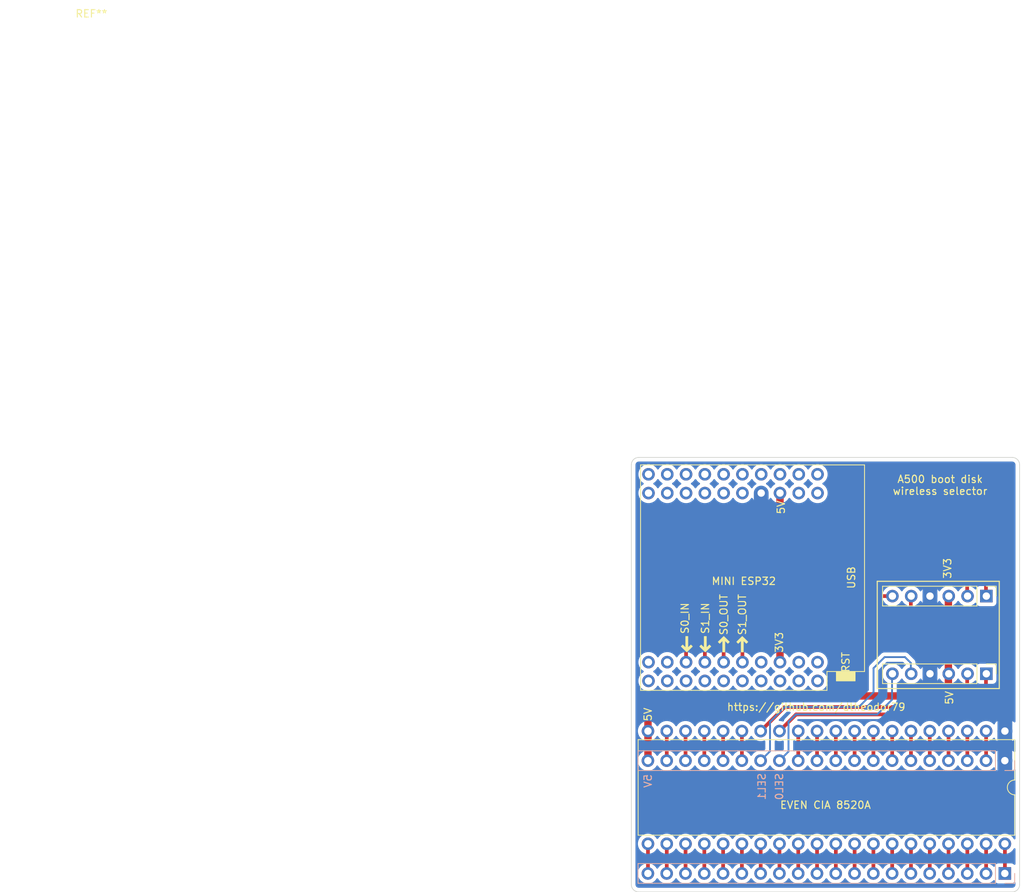
<source format=kicad_pcb>
(kicad_pcb (version 20171130) (host pcbnew "(5.1.6)-1")

  (general
    (thickness 1.6)
    (drawings 26)
    (tracks 145)
    (zones 0)
    (modules 10)
    (nets 1)
  )

  (page A4)
  (title_block
    (date "sam. 04 avril 2015")
  )

  (layers
    (0 F.Cu signal)
    (31 B.Cu signal)
    (32 B.Adhes user hide)
    (33 F.Adhes user hide)
    (34 B.Paste user hide)
    (35 F.Paste user hide)
    (36 B.SilkS user)
    (37 F.SilkS user)
    (38 B.Mask user)
    (39 F.Mask user)
    (40 Dwgs.User user)
    (41 Cmts.User user hide)
    (42 Eco1.User user hide)
    (43 Eco2.User user hide)
    (44 Edge.Cuts user)
    (45 Margin user)
    (46 B.CrtYd user)
    (47 F.CrtYd user)
    (48 B.Fab user)
    (49 F.Fab user)
  )

  (setup
    (last_trace_width 2)
    (user_trace_width 0.5)
    (user_trace_width 1)
    (user_trace_width 2)
    (user_trace_width 2.54)
    (trace_clearance 0.2)
    (zone_clearance 0.508)
    (zone_45_only no)
    (trace_min 0.2)
    (via_size 0.6)
    (via_drill 0.4)
    (via_min_size 0.4)
    (via_min_drill 0.3)
    (uvia_size 0.3)
    (uvia_drill 0.1)
    (uvias_allowed no)
    (uvia_min_size 0.2)
    (uvia_min_drill 0.1)
    (edge_width 0.1)
    (segment_width 0.15)
    (pcb_text_width 0.3)
    (pcb_text_size 1.5 1.5)
    (mod_edge_width 0.15)
    (mod_text_size 1 1)
    (mod_text_width 0.15)
    (pad_size 1.7 1.7)
    (pad_drill 1)
    (pad_to_mask_clearance 0)
    (aux_axis_origin 134.493 106.426)
    (visible_elements 7FFFFFFF)
    (pcbplotparams
      (layerselection 0x010fc_ffffffff)
      (usegerberextensions true)
      (usegerberattributes false)
      (usegerberadvancedattributes false)
      (creategerberjobfile false)
      (excludeedgelayer true)
      (linewidth 0.100000)
      (plotframeref false)
      (viasonmask false)
      (mode 1)
      (useauxorigin false)
      (hpglpennumber 1)
      (hpglpenspeed 20)
      (hpglpendiameter 15.000000)
      (psnegative false)
      (psa4output false)
      (plotreference true)
      (plotvalue false)
      (plotinvisibletext false)
      (padsonsilk false)
      (subtractmaskfromsilk true)
      (outputformat 1)
      (mirror false)
      (drillshape 0)
      (scaleselection 1)
      (outputdirectory "C:/Work/RunningProjects/Amiga/dfSelector/pcb/gerbers/"))
  )

  (net 0 "")

  (net_class Default "This is the default net class."
    (clearance 0.2)
    (trace_width 0.25)
    (via_dia 0.6)
    (via_drill 0.4)
    (uvia_dia 0.3)
    (uvia_drill 0.1)
  )

  (module logic_shifter:PinHeader_1x06_P2.54mm_Vertical (layer F.Cu) (tedit 61780B2B) (tstamp 617926B8)
    (at 121 79.25 270)
    (descr "Through hole straight pin header, 1x06, 2.54mm pitch, single row")
    (tags "Through hole pin header THT 1x06 2.54mm single row")
    (fp_text reference "" (at 6 3 270) (layer F.SilkS)
      (effects (font (size 1 1) (thickness 0.15)))
    )
    (fp_text value "" (at 0 15.03 270) (layer F.Fab) hide
      (effects (font (size 1 1) (thickness 0.15)))
    )
    (fp_line (start 11.77 -1.27) (end 11.77 13.97) (layer F.Fab) (width 0.1))
    (fp_line (start 9.865 -1.27) (end 11.77 -1.27) (layer F.Fab) (width 0.1))
    (fp_line (start 8.7 14.5) (end 12.3 14.5) (layer F.CrtYd) (width 0.05))
    (fp_line (start 11.83 1.27) (end 11.83 14.03) (layer F.SilkS) (width 0.12))
    (fp_line (start 8.7 -1.8) (end 8.7 14.5) (layer F.CrtYd) (width 0.05))
    (fp_line (start 11.77 13.97) (end 9.23 13.97) (layer F.Fab) (width 0.1))
    (fp_line (start 9.23 13.97) (end 9.23 -0.635) (layer F.Fab) (width 0.1))
    (fp_line (start 9.17 14.03) (end 11.83 14.03) (layer F.SilkS) (width 0.12))
    (fp_line (start 12.3 14.5) (end 12.3 -1.8) (layer F.CrtYd) (width 0.05))
    (fp_line (start 9.23 -0.635) (end 9.865 -1.27) (layer F.Fab) (width 0.1))
    (fp_line (start 9.17 1.27) (end 9.17 14.03) (layer F.SilkS) (width 0.12))
    (fp_line (start 12.3 -1.8) (end 8.7 -1.8) (layer F.CrtYd) (width 0.05))
    (fp_line (start 9.17 1.27) (end 11.83 1.27) (layer F.SilkS) (width 0.12))
    (fp_line (start 9.17 0) (end 9.17 -1.33) (layer F.SilkS) (width 0.12))
    (fp_line (start 9.17 -1.33) (end 10.5 -1.33) (layer F.SilkS) (width 0.12))
    (fp_line (start 1.8 -1.8) (end -1.8 -1.8) (layer F.CrtYd) (width 0.05))
    (fp_line (start 1.8 14.5) (end 1.8 -1.8) (layer F.CrtYd) (width 0.05))
    (fp_line (start -1.8 14.5) (end 1.8 14.5) (layer F.CrtYd) (width 0.05))
    (fp_line (start -1.8 -1.8) (end -1.8 14.5) (layer F.CrtYd) (width 0.05))
    (fp_line (start -1.33 -1.33) (end 0 -1.33) (layer F.SilkS) (width 0.12))
    (fp_line (start -1.33 0) (end -1.33 -1.33) (layer F.SilkS) (width 0.12))
    (fp_line (start -1.33 1.27) (end 1.33 1.27) (layer F.SilkS) (width 0.12))
    (fp_line (start 1.33 1.27) (end 1.33 14.03) (layer F.SilkS) (width 0.12))
    (fp_line (start -1.33 1.27) (end -1.33 14.03) (layer F.SilkS) (width 0.12))
    (fp_line (start -1.33 14.03) (end 1.33 14.03) (layer F.SilkS) (width 0.12))
    (fp_line (start -1.27 -0.635) (end -0.635 -1.27) (layer F.Fab) (width 0.1))
    (fp_line (start -1.27 13.97) (end -1.27 -0.635) (layer F.Fab) (width 0.1))
    (fp_line (start 1.27 13.97) (end -1.27 13.97) (layer F.Fab) (width 0.1))
    (fp_line (start 1.27 -1.27) (end 1.27 13.97) (layer F.Fab) (width 0.1))
    (fp_line (start -0.635 -1.27) (end 1.27 -1.27) (layer F.Fab) (width 0.1))
    (pad 3H thru_hole oval (at 10.5 10.16 270) (size 1.7 1.7) (drill 1) (layers *.Cu *.Mask))
    (pad 4H thru_hole oval (at 10.5 12.7 270) (size 1.7 1.7) (drill 1) (layers *.Cu *.Mask))
    (pad GND thru_hole oval (at 10.5 7.62 270) (size 1.7 1.7) (drill 1) (layers *.Cu *.Mask))
    (pad 1H thru_hole rect (at 10.5 0 270) (size 1.7 1.7) (drill 1) (layers *.Cu *.Mask))
    (pad HV thru_hole oval (at 10.5 5.08 270) (size 1.7 1.7) (drill 1) (layers *.Cu *.Mask))
    (pad 2H thru_hole oval (at 10.5 2.54 270) (size 1.7 1.7) (drill 1) (layers *.Cu *.Mask))
    (pad 4L thru_hole oval (at 0 12.7 270) (size 1.7 1.7) (drill 1) (layers *.Cu *.Mask))
    (pad 3L thru_hole oval (at 0 10.16 270) (size 1.7 1.7) (drill 1) (layers *.Cu *.Mask))
    (pad GND thru_hole oval (at 0 7.62 270) (size 1.7 1.7) (drill 1) (layers *.Cu *.Mask))
    (pad LV thru_hole oval (at 0 5.08 270) (size 1.7 1.7) (drill 1) (layers *.Cu *.Mask))
    (pad 2L thru_hole oval (at 0 2.54 270) (size 1.7 1.7) (drill 1) (layers *.Cu *.Mask))
    (pad 1L thru_hole rect (at 0 0 270) (size 1.7 1.7) (drill 1) (layers *.Cu *.Mask))
    (model "${KIPRJMOD}/Logi Level Converter.STEP"
      (offset (xyz 5 -6.5 0))
      (scale (xyz 1 1 1))
      (rotate (xyz -90 0 90))
    )
    (model ${KISYS3DMOD}/Connector_PinHeader_2.54mm.3dshapes/PinHeader_1x06_P2.54mm_Vertical.wrl
      (offset (xyz 0 0 -1))
      (scale (xyz 1 1 1))
      (rotate (xyz 0 180 0))
    )
    (model ${KISYS3DMOD}/Connector_PinHeader_2.54mm.3dshapes/PinHeader_1x06_P2.54mm_Vertical.wrl
      (offset (xyz 10 0 -1))
      (scale (xyz 1 1 1))
      (rotate (xyz 0 180 0))
    )
  )

  (module "4-channel logic level converter" (layer F.Cu) (tedit 6177FE49) (tstamp 61791EDC)
    (at 0 0)
    (fp_text reference REF** (at 0 0.5) (layer F.SilkS)
      (effects (font (size 1 1) (thickness 0.15)))
    )
    (fp_text value "4-channel logic level converter" (at 0 -0.5) (layer F.Fab)
      (effects (font (size 1 1) (thickness 0.15)))
    )
  )

  (module esp32_d1_mini:ESP32_mini (layer F.Cu) (tedit 6177CA6C) (tstamp 61774B0B)
    (at 86.75 76.75 90)
    (fp_text reference "MINI ESP32" (at -0.48 1.46 180) (layer F.SilkS)
      (effects (font (size 1 1) (thickness 0.15)))
    )
    (fp_text value "" (at 0 -1.27 90) (layer F.Fab)
      (effects (font (size 1 1) (thickness 0.15)))
    )
    (fp_line (start 13.97 12.7) (end 11.43 12.7) (layer Dwgs.User) (width 0.12))
    (fp_line (start 13.97 13.97) (end 13.97 12.7) (layer Dwgs.User) (width 0.12))
    (fp_line (start 11.43 13.97) (end 13.97 13.97) (layer Dwgs.User) (width 0.12))
    (fp_line (start 11.43 12.7) (end 11.43 13.97) (layer Dwgs.User) (width 0.12))
    (fp_line (start 13.97 15.24) (end 13.97 16.51) (layer Dwgs.User) (width 0.12))
    (fp_line (start 11.43 15.24) (end 13.97 15.24) (layer Dwgs.User) (width 0.12))
    (fp_line (start 11.43 16.51) (end 11.43 15.24) (layer Dwgs.User) (width 0.12))
    (fp_line (start 13.97 16.51) (end 11.43 16.51) (layer Dwgs.User) (width 0.12))
    (fp_line (start -12.7 17.78) (end 15.24 17.78) (layer F.SilkS) (width 0.12))
    (fp_poly (pts (xy -13.97 16.51) (xy -13.97 13.97) (xy -12.7 13.97) (xy -12.7 16.51)) (layer F.SilkS) (width 0.1))
    (fp_line (start -15.24 12.7) (end -12.7 12.7) (layer F.SilkS) (width 0.12))
    (fp_line (start -15.24 -12.5) (end -15.24 12.7) (layer F.SilkS) (width 0.12))
    (fp_line (start 15.24 -12.5) (end 15.24 17.78) (layer F.SilkS) (width 0.12))
    (fp_line (start -12.7 12.7) (end -12.7 17.78) (layer F.SilkS) (width 0.12))
    (fp_line (start -15.24 -12.5) (end 15.24 -12.5) (layer F.SilkS) (width 0.12))
    (fp_text user RST (at -11.43 15.24 90) (layer F.SilkS)
      (effects (font (size 1 1) (thickness 0.15)))
    )
    (fp_text user PWR (at 12.573 15.875 90) (layer Dwgs.User)
      (effects (font (size 0.5 0.5) (thickness 0.125)))
    )
    (fp_text user IO_02 (at 12.7 13.335 90) (layer Dwgs.User)
      (effects (font (size 0.5 0.5) (thickness 0.125)))
    )
    (fp_text user USB (at 0 16 90) (layer F.SilkS)
      (effects (font (size 1 1) (thickness 0.15)))
    )
    (pad 2 thru_hole circle (at -11.43 -11.43) (size 1.7 1.7) (drill 1) (layers *.Cu *.Mask))
    (pad 1 thru_hole circle (at -13.97 -11.43) (size 1.7 1.7) (drill 1) (layers *.Cu *.Mask))
    (pad 3 thru_hole circle (at -13.97 -8.89) (size 1.7 1.7) (drill 1) (layers *.Cu *.Mask))
    (pad 4 thru_hole circle (at -11.43 -8.89) (size 1.7 1.7) (drill 1) (layers *.Cu *.Mask))
    (pad 5 thru_hole circle (at -13.97 -6.35) (size 1.7 1.7) (drill 1) (layers *.Cu *.Mask))
    (pad IO26 thru_hole circle (at -11.43 -6.35) (size 1.7 1.7) (drill 1) (layers *.Cu *.Mask))
    (pad 7 thru_hole circle (at -13.97 -3.81) (size 1.7 1.7) (drill 1) (layers *.Cu *.Mask))
    (pad IO18 thru_hole circle (at -11.43 -3.81) (size 1.7 1.7) (drill 1) (layers *.Cu *.Mask))
    (pad 9 thru_hole circle (at -13.97 -1.27) (size 1.7 1.7) (drill 1) (layers *.Cu *.Mask))
    (pad IO19 thru_hole circle (at -11.43 -1.27) (size 1.7 1.7) (drill 1) (layers *.Cu *.Mask))
    (pad 11 thru_hole circle (at -13.97 1.27) (size 1.7 1.7) (drill 1) (layers *.Cu *.Mask))
    (pad IO23 thru_hole circle (at -11.43 1.27) (size 1.7 1.7) (drill 1) (layers *.Cu *.Mask))
    (pad 13 thru_hole circle (at -13.97 3.81) (size 1.7 1.7) (drill 1) (layers *.Cu *.Mask))
    (pad 14 thru_hole circle (at -11.43 3.81) (size 1.7 1.7) (drill 1) (layers *.Cu *.Mask))
    (pad 15 thru_hole circle (at -13.97 6.35) (size 1.7 1.7) (drill 1) (layers *.Cu *.Mask))
    (pad 3V3 thru_hole circle (at -11.43 6.35) (size 1.7 1.7) (drill 1) (layers *.Cu *.Mask))
    (pad 17 thru_hole circle (at -13.97 8.89) (size 1.7 1.7) (drill 1) (layers *.Cu *.Mask))
    (pad 18 thru_hole circle (at -11.43 8.89) (size 1.7 1.7) (drill 1) (layers *.Cu *.Mask))
    (pad 19 thru_hole circle (at -13.97 11.43) (size 1.7 1.7) (drill 1) (layers *.Cu *.Mask))
    (pad 20 thru_hole circle (at -11.43 11.43) (size 1.7 1.7) (drill 1) (layers *.Cu *.Mask))
    (pad 21 thru_hole circle (at 11.43 -11.43) (size 1.7 1.7) (drill 1) (layers *.Cu *.Mask))
    (pad 22 thru_hole circle (at 13.97 -11.43) (size 1.7 1.7) (drill 1) (layers *.Cu *.Mask))
    (pad 23 thru_hole circle (at 11.43 -8.89) (size 1.7 1.7) (drill 1) (layers *.Cu *.Mask))
    (pad 24 thru_hole circle (at 13.97 -8.89) (size 1.7 1.7) (drill 1) (layers *.Cu *.Mask))
    (pad 25 thru_hole circle (at 11.43 -6.35) (size 1.7 1.7) (drill 1) (layers *.Cu *.Mask))
    (pad 26 thru_hole circle (at 13.97 -6.35) (size 1.7 1.7) (drill 1) (layers *.Cu *.Mask))
    (pad 27 thru_hole circle (at 11.43 -3.81) (size 1.7 1.7) (drill 1) (layers *.Cu *.Mask))
    (pad 28 thru_hole circle (at 13.97 -3.81) (size 1.7 1.7) (drill 1) (layers *.Cu *.Mask))
    (pad 29 thru_hole circle (at 11.43 -1.27) (size 1.7 1.7) (drill 1) (layers *.Cu *.Mask))
    (pad 30 thru_hole circle (at 13.97 -1.27) (size 1.7 1.7) (drill 1) (layers *.Cu *.Mask))
    (pad 31 thru_hole circle (at 11.43 1.27) (size 1.7 1.7) (drill 1) (layers *.Cu *.Mask))
    (pad 32 thru_hole circle (at 13.97 1.27) (size 1.7 1.7) (drill 1) (layers *.Cu *.Mask))
    (pad GND thru_hole circle (at 11.43 3.81) (size 1.7 1.7) (drill 1) (layers *.Cu *.Mask))
    (pad 34 thru_hole circle (at 13.97 3.81) (size 1.7 1.7) (drill 1) (layers *.Cu *.Mask))
    (pad 5V thru_hole circle (at 11.43 6.35) (size 1.7 1.7) (drill 1) (layers *.Cu *.Mask))
    (pad 36 thru_hole circle (at 13.97 6.35) (size 1.7 1.7) (drill 1) (layers *.Cu *.Mask))
    (pad 37 thru_hole circle (at 11.43 8.89) (size 1.7 1.7) (drill 1) (layers *.Cu *.Mask))
    (pad 38 thru_hole circle (at 13.97 8.89) (size 1.7 1.7) (drill 1) (layers *.Cu *.Mask))
    (pad 39 thru_hole circle (at 11.43 11.43) (size 1.7 1.7) (drill 1) (layers *.Cu *.Mask))
    (pad 40 thru_hole circle (at 13.97 11.43) (size 1.7 1.7) (drill 1) (layers *.Cu *.Mask))
    (model ${KIPRJMOD}/Wemos-Mini-D1-ESP32.STEP
      (offset (xyz 137 43 -34.5))
      (scale (xyz 1 1 1))
      (rotate (xyz -90 0 0))
    )
    (model ${KISYS3DMOD}/Connector_PinSocket_2.54mm.3dshapes/PinSocket_2x10_P2.54mm_Vertical.wrl
      (offset (xyz -11.5 11.5 0))
      (scale (xyz 1 1 1))
      (rotate (xyz 0 0 0))
    )
    (model ${KISYS3DMOD}/Connector_PinSocket_2.54mm.3dshapes/PinSocket_2x10_P2.54mm_Vertical.wrl
      (offset (xyz 14 11.5 -0.5))
      (scale (xyz 1 1 1))
      (rotate (xyz 0 0 0))
    )
    (model ${KISYS3DMOD}/Connector_PinHeader_2.54mm.3dshapes/PinHeader_2x10_P2.54mm_Vertical.wrl
      (offset (xyz 13.5 12 10))
      (scale (xyz 1 1 1))
      (rotate (xyz 0 180 0))
    )
    (model ${KISYS3DMOD}/Connector_PinHeader_2.54mm.3dshapes/PinHeader_2x10_P2.54mm_Vertical.wrl
      (offset (xyz -12 12 10))
      (scale (xyz 1 1 1))
      (rotate (xyz 0 180 0))
    )
  )

  (module Package_DIP:DIP-40_W15.24mm (layer F.Cu) (tedit 6177C7C6) (tstamp 61775A59)
    (at 123.51 97.5 270)
    (descr "40-lead though-hole mounted DIP package, row spacing 15.24 mm (600 mils)")
    (tags "THT DIP DIL PDIP 2.54mm 15.24mm 600mil")
    (fp_text reference "EVEN CIA 8520A" (at 10 24.26) (layer F.SilkS)
      (effects (font (size 1 1) (thickness 0.15)))
    )
    (fp_text value "" (at 7.62 50.59 270) (layer F.Fab)
      (effects (font (size 1 1) (thickness 0.15)))
    )
    (fp_line (start 1.255 -1.27) (end 14.985 -1.27) (layer F.Fab) (width 0.1))
    (fp_line (start 14.985 -1.27) (end 14.985 49.53) (layer F.Fab) (width 0.1))
    (fp_line (start 14.985 49.53) (end 0.255 49.53) (layer F.Fab) (width 0.1))
    (fp_line (start 0.255 49.53) (end 0.255 -0.27) (layer F.Fab) (width 0.1))
    (fp_line (start 0.255 -0.27) (end 1.255 -1.27) (layer F.Fab) (width 0.1))
    (fp_line (start 6.62 -1.33) (end 1.16 -1.33) (layer F.SilkS) (width 0.12))
    (fp_line (start 1.16 -1.33) (end 1.16 49.59) (layer F.SilkS) (width 0.12))
    (fp_line (start 1.16 49.59) (end 14.08 49.59) (layer F.SilkS) (width 0.12))
    (fp_line (start 14.08 49.59) (end 14.08 -1.33) (layer F.SilkS) (width 0.12))
    (fp_line (start 14.08 -1.33) (end 8.62 -1.33) (layer F.SilkS) (width 0.12))
    (fp_line (start -1.05 -1.55) (end -1.05 49.8) (layer F.CrtYd) (width 0.05))
    (fp_line (start -1.05 49.8) (end 16.3 49.8) (layer F.CrtYd) (width 0.05))
    (fp_line (start 16.3 49.8) (end 16.3 -1.55) (layer F.CrtYd) (width 0.05))
    (fp_line (start 16.3 -1.55) (end -1.05 -1.55) (layer F.CrtYd) (width 0.05))
    (fp_arc (start 7.62 -1.33) (end 6.62 -1.33) (angle -180) (layer F.SilkS) (width 0.12))
    (pad 40 thru_hole oval (at 15.24 0 270) (size 1.7 1.7) (drill 1) (layers *.Cu *.Mask))
    (pad 5V thru_hole oval (at 0 48.26 270) (size 1.7 1.7) (drill 1) (layers *.Cu *.Mask))
    (pad 39 thru_hole oval (at 15.24 2.54 270) (size 1.7 1.7) (drill 1) (layers *.Cu *.Mask))
    (pad 19 thru_hole oval (at 0 45.72 270) (size 1.7 1.7) (drill 1) (layers *.Cu *.Mask))
    (pad 38 thru_hole oval (at 15.24 5.08 270) (size 1.7 1.7) (drill 1) (layers *.Cu *.Mask))
    (pad 18 thru_hole oval (at 0 43.18 270) (size 1.7 1.7) (drill 1) (layers *.Cu *.Mask))
    (pad 37 thru_hole oval (at 15.24 7.62 270) (size 1.7 1.7) (drill 1) (layers *.Cu *.Mask))
    (pad 17 thru_hole oval (at 0 40.64 270) (size 1.7 1.7) (drill 1) (layers *.Cu *.Mask))
    (pad 36 thru_hole oval (at 15.24 10.16 270) (size 1.7 1.7) (drill 1) (layers *.Cu *.Mask))
    (pad 16 thru_hole oval (at 0 38.1 270) (size 1.7 1.7) (drill 1) (layers *.Cu *.Mask))
    (pad 35 thru_hole oval (at 15.24 12.7 270) (size 1.7 1.7) (drill 1) (layers *.Cu *.Mask))
    (pad 15 thru_hole oval (at 0 35.56 270) (size 1.7 1.7) (drill 1) (layers *.Cu *.Mask))
    (pad 34 thru_hole oval (at 15.24 15.24 270) (size 1.7 1.7) (drill 1) (layers *.Cu *.Mask))
    (pad SEL1 thru_hole oval (at 0 33.02 270) (size 1.7 1.7) (drill 1) (layers *.Cu *.Mask))
    (pad 33 thru_hole oval (at 15.24 17.78 270) (size 1.7 1.7) (drill 1) (layers *.Cu *.Mask))
    (pad SEL0 thru_hole oval (at 0 30.48 270) (size 1.7 1.7) (drill 1) (layers *.Cu *.Mask))
    (pad 32 thru_hole oval (at 15.24 20.32 270) (size 1.7 1.7) (drill 1) (layers *.Cu *.Mask))
    (pad 12 thru_hole oval (at 0 27.94 270) (size 1.7 1.7) (drill 1) (layers *.Cu *.Mask))
    (pad 31 thru_hole oval (at 15.24 22.86 270) (size 1.7 1.7) (drill 1) (layers *.Cu *.Mask))
    (pad 11 thru_hole oval (at 0 25.4 270) (size 1.7 1.7) (drill 1) (layers *.Cu *.Mask))
    (pad 30 thru_hole oval (at 15.24 25.4 270) (size 1.7 1.7) (drill 1) (layers *.Cu *.Mask))
    (pad 10 thru_hole oval (at 0 22.86 270) (size 1.7 1.7) (drill 1) (layers *.Cu *.Mask))
    (pad 29 thru_hole oval (at 15.24 27.94 270) (size 1.7 1.7) (drill 1) (layers *.Cu *.Mask))
    (pad 9 thru_hole oval (at 0 20.32 270) (size 1.7 1.7) (drill 1) (layers *.Cu *.Mask))
    (pad 28 thru_hole oval (at 15.24 30.48 270) (size 1.7 1.7) (drill 1) (layers *.Cu *.Mask))
    (pad 8 thru_hole oval (at 0 17.78 270) (size 1.7 1.7) (drill 1) (layers *.Cu *.Mask))
    (pad 27 thru_hole oval (at 15.24 33.02 270) (size 1.7 1.7) (drill 1) (layers *.Cu *.Mask))
    (pad 7 thru_hole oval (at 0 15.24 270) (size 1.7 1.7) (drill 1) (layers *.Cu *.Mask))
    (pad 26 thru_hole oval (at 15.24 35.56 270) (size 1.7 1.7) (drill 1) (layers *.Cu *.Mask))
    (pad 6 thru_hole oval (at 0 12.7 270) (size 1.7 1.7) (drill 1) (layers *.Cu *.Mask))
    (pad 25 thru_hole oval (at 15.24 38.1 270) (size 1.7 1.7) (drill 1) (layers *.Cu *.Mask))
    (pad 5 thru_hole oval (at 0 10.16 270) (size 1.7 1.7) (drill 1) (layers *.Cu *.Mask))
    (pad 24 thru_hole oval (at 15.24 40.64 270) (size 1.7 1.7) (drill 1) (layers *.Cu *.Mask))
    (pad 4 thru_hole oval (at 0 7.62 270) (size 1.7 1.7) (drill 1) (layers *.Cu *.Mask))
    (pad 23 thru_hole oval (at 15.24 43.18 270) (size 1.7 1.7) (drill 1) (layers *.Cu *.Mask))
    (pad 3 thru_hole oval (at 0 5.08 270) (size 1.7 1.7) (drill 1) (layers *.Cu *.Mask))
    (pad 22 thru_hole oval (at 15.24 45.72 270) (size 1.7 1.7) (drill 1) (layers *.Cu *.Mask))
    (pad 2 thru_hole oval (at 0 2.54 270) (size 1.7 1.7) (drill 1) (layers *.Cu *.Mask))
    (pad 21 thru_hole oval (at 15.24 48.26 270) (size 1.7 1.7) (drill 1) (layers *.Cu *.Mask))
    (pad GND thru_hole rect (at 0 0 270) (size 1.7 1.7) (drill 1) (layers *.Cu *.Mask))
    (model ${KISYS3DMOD}/Package_DIP.3dshapes/DIP-40_W15.24mm.wrl
      (offset (xyz 0 0 3.5))
      (scale (xyz 1 1 1))
      (rotate (xyz 0 0 0))
    )
    (model ${KISYS3DMOD}/Package_DIP.3dshapes/DIP-40_W15.24mm_Socket.wrl
      (at (xyz 0 0 0))
      (scale (xyz 1 1 1))
      (rotate (xyz 0 0 0))
    )
  )

  (module pcb_sim7000:arrow_down (layer F.Cu) (tedit 0) (tstamp 6177AB5D)
    (at 88 85.75 180)
    (fp_text reference "" (at 0 0) (layer F.SilkS) hide
      (effects (font (size 1.524 1.524) (thickness 0.3)))
    )
    (fp_text value "" (at 0.75 0) (layer F.SilkS) hide
      (effects (font (size 1.524 1.524) (thickness 0.3)))
    )
    (fp_poly (pts (xy 0.179917 -1.063301) (xy 0.182033 -0.322446) (xy 0.18415 0.41841) (xy 0.351367 0.253491)
      (xy 0.382928 0.222438) (xy 0.412999 0.192996) (xy 0.440985 0.165738) (xy 0.466291 0.141236)
      (xy 0.488321 0.120064) (xy 0.506479 0.102794) (xy 0.52017 0.090002) (xy 0.5288 0.082258)
      (xy 0.531283 0.080285) (xy 0.538107 0.076004) (xy 0.544281 0.073098) (xy 0.550492 0.072026)
      (xy 0.557426 0.073252) (xy 0.56577 0.077237) (xy 0.576209 0.084443) (xy 0.589431 0.095331)
      (xy 0.606121 0.110363) (xy 0.626965 0.130001) (xy 0.652651 0.154706) (xy 0.677072 0.178356)
      (xy 0.702583 0.203285) (xy 0.72628 0.226829) (xy 0.747435 0.248233) (xy 0.765319 0.266746)
      (xy 0.779204 0.281612) (xy 0.788361 0.292081) (xy 0.791982 0.297176) (xy 0.794949 0.308469)
      (xy 0.792523 0.319098) (xy 0.791207 0.321998) (xy 0.787703 0.326014) (xy 0.778574 0.335496)
      (xy 0.764266 0.350009) (xy 0.745224 0.369115) (xy 0.721893 0.392378) (xy 0.694718 0.419362)
      (xy 0.664145 0.44963) (xy 0.630618 0.482746) (xy 0.594583 0.518275) (xy 0.556486 0.555778)
      (xy 0.51677 0.59482) (xy 0.475882 0.634964) (xy 0.434266 0.675774) (xy 0.392368 0.716814)
      (xy 0.350634 0.757647) (xy 0.309507 0.797837) (xy 0.269434 0.836947) (xy 0.230859 0.874542)
      (xy 0.194228 0.910183) (xy 0.159986 0.943436) (xy 0.128578 0.973864) (xy 0.100449 1.00103)
      (xy 0.076045 1.024498) (xy 0.055811 1.043831) (xy 0.040191 1.058593) (xy 0.032495 1.065742)
      (xy 0.016981 1.078124) (xy 0.003722 1.08356) (xy -0.009129 1.081992) (xy -0.023418 1.073361)
      (xy -0.034689 1.063625) (xy -0.0491 1.050075) (xy -0.068238 1.031842) (xy -0.091659 1.009364)
      (xy -0.118918 0.983074) (xy -0.149571 0.953411) (xy -0.183173 0.920808) (xy -0.21928 0.885702)
      (xy -0.257447 0.848528) (xy -0.29723 0.809723) (xy -0.338184 0.769722) (xy -0.379865 0.728961)
      (xy -0.421828 0.687876) (xy -0.463629 0.646902) (xy -0.504824 0.606475) (xy -0.544967 0.567032)
      (xy -0.583614 0.529007) (xy -0.620322 0.492836) (xy -0.654644 0.458956) (xy -0.686138 0.427802)
      (xy -0.714358 0.399809) (xy -0.73886 0.375415) (xy -0.759199 0.355053) (xy -0.774931 0.339161)
      (xy -0.785611 0.328174) (xy -0.790795 0.322527) (xy -0.791207 0.321951) (xy -0.79488 0.310605)
      (xy -0.793042 0.299865) (xy -0.792068 0.297382) (xy -0.787663 0.291131) (xy -0.777973 0.280066)
      (xy -0.763856 0.265016) (xy -0.746169 0.246812) (xy -0.725768 0.226283) (xy -0.703511 0.204259)
      (xy -0.680254 0.181571) (xy -0.656855 0.159048) (xy -0.63417 0.13752) (xy -0.613056 0.117817)
      (xy -0.594371 0.100769) (xy -0.578971 0.087206) (xy -0.567713 0.077959) (xy -0.561454 0.073856)
      (xy -0.561182 0.073771) (xy -0.548993 0.073398) (xy -0.53861 0.076001) (xy -0.533512 0.079838)
      (xy -0.522988 0.089087) (xy -0.507617 0.103196) (xy -0.487981 0.121614) (xy -0.464661 0.143789)
      (xy -0.43824 0.169169) (xy -0.409298 0.197201) (xy -0.378417 0.227334) (xy -0.3556 0.249734)
      (xy -0.18415 0.418473) (xy -0.182034 -0.322414) (xy -0.179917 -1.063301) (xy -0.156161 -1.083733)
      (xy 0.156161 -1.083733) (xy 0.179917 -1.063301)) (layer F.SilkS) (width 0.01))
  )

  (module pcb_sim7000:arrow_down (layer F.Cu) (tedit 0) (tstamp 6177AB4D)
    (at 85.5 85.75 180)
    (fp_text reference "" (at 0 0) (layer F.SilkS) hide
      (effects (font (size 1.524 1.524) (thickness 0.3)))
    )
    (fp_text value "" (at 0.75 0) (layer F.SilkS) hide
      (effects (font (size 1.524 1.524) (thickness 0.3)))
    )
    (fp_poly (pts (xy 0.179917 -1.063301) (xy 0.182033 -0.322446) (xy 0.18415 0.41841) (xy 0.351367 0.253491)
      (xy 0.382928 0.222438) (xy 0.412999 0.192996) (xy 0.440985 0.165738) (xy 0.466291 0.141236)
      (xy 0.488321 0.120064) (xy 0.506479 0.102794) (xy 0.52017 0.090002) (xy 0.5288 0.082258)
      (xy 0.531283 0.080285) (xy 0.538107 0.076004) (xy 0.544281 0.073098) (xy 0.550492 0.072026)
      (xy 0.557426 0.073252) (xy 0.56577 0.077237) (xy 0.576209 0.084443) (xy 0.589431 0.095331)
      (xy 0.606121 0.110363) (xy 0.626965 0.130001) (xy 0.652651 0.154706) (xy 0.677072 0.178356)
      (xy 0.702583 0.203285) (xy 0.72628 0.226829) (xy 0.747435 0.248233) (xy 0.765319 0.266746)
      (xy 0.779204 0.281612) (xy 0.788361 0.292081) (xy 0.791982 0.297176) (xy 0.794949 0.308469)
      (xy 0.792523 0.319098) (xy 0.791207 0.321998) (xy 0.787703 0.326014) (xy 0.778574 0.335496)
      (xy 0.764266 0.350009) (xy 0.745224 0.369115) (xy 0.721893 0.392378) (xy 0.694718 0.419362)
      (xy 0.664145 0.44963) (xy 0.630618 0.482746) (xy 0.594583 0.518275) (xy 0.556486 0.555778)
      (xy 0.51677 0.59482) (xy 0.475882 0.634964) (xy 0.434266 0.675774) (xy 0.392368 0.716814)
      (xy 0.350634 0.757647) (xy 0.309507 0.797837) (xy 0.269434 0.836947) (xy 0.230859 0.874542)
      (xy 0.194228 0.910183) (xy 0.159986 0.943436) (xy 0.128578 0.973864) (xy 0.100449 1.00103)
      (xy 0.076045 1.024498) (xy 0.055811 1.043831) (xy 0.040191 1.058593) (xy 0.032495 1.065742)
      (xy 0.016981 1.078124) (xy 0.003722 1.08356) (xy -0.009129 1.081992) (xy -0.023418 1.073361)
      (xy -0.034689 1.063625) (xy -0.0491 1.050075) (xy -0.068238 1.031842) (xy -0.091659 1.009364)
      (xy -0.118918 0.983074) (xy -0.149571 0.953411) (xy -0.183173 0.920808) (xy -0.21928 0.885702)
      (xy -0.257447 0.848528) (xy -0.29723 0.809723) (xy -0.338184 0.769722) (xy -0.379865 0.728961)
      (xy -0.421828 0.687876) (xy -0.463629 0.646902) (xy -0.504824 0.606475) (xy -0.544967 0.567032)
      (xy -0.583614 0.529007) (xy -0.620322 0.492836) (xy -0.654644 0.458956) (xy -0.686138 0.427802)
      (xy -0.714358 0.399809) (xy -0.73886 0.375415) (xy -0.759199 0.355053) (xy -0.774931 0.339161)
      (xy -0.785611 0.328174) (xy -0.790795 0.322527) (xy -0.791207 0.321951) (xy -0.79488 0.310605)
      (xy -0.793042 0.299865) (xy -0.792068 0.297382) (xy -0.787663 0.291131) (xy -0.777973 0.280066)
      (xy -0.763856 0.265016) (xy -0.746169 0.246812) (xy -0.725768 0.226283) (xy -0.703511 0.204259)
      (xy -0.680254 0.181571) (xy -0.656855 0.159048) (xy -0.63417 0.13752) (xy -0.613056 0.117817)
      (xy -0.594371 0.100769) (xy -0.578971 0.087206) (xy -0.567713 0.077959) (xy -0.561454 0.073856)
      (xy -0.561182 0.073771) (xy -0.548993 0.073398) (xy -0.53861 0.076001) (xy -0.533512 0.079838)
      (xy -0.522988 0.089087) (xy -0.507617 0.103196) (xy -0.487981 0.121614) (xy -0.464661 0.143789)
      (xy -0.43824 0.169169) (xy -0.409298 0.197201) (xy -0.378417 0.227334) (xy -0.3556 0.249734)
      (xy -0.18415 0.418473) (xy -0.182034 -0.322414) (xy -0.179917 -1.063301) (xy -0.156161 -1.083733)
      (xy 0.156161 -1.083733) (xy 0.179917 -1.063301)) (layer F.SilkS) (width 0.01))
  )

  (module pcb_sim7000:arrow_down (layer F.Cu) (tedit 0) (tstamp 6177AB45)
    (at 83 85.75)
    (fp_text reference "" (at 0 0) (layer F.SilkS) hide
      (effects (font (size 1.524 1.524) (thickness 0.3)))
    )
    (fp_text value "" (at 0.75 0) (layer F.SilkS) hide
      (effects (font (size 1.524 1.524) (thickness 0.3)))
    )
    (fp_poly (pts (xy 0.179917 -1.063301) (xy 0.182033 -0.322446) (xy 0.18415 0.41841) (xy 0.351367 0.253491)
      (xy 0.382928 0.222438) (xy 0.412999 0.192996) (xy 0.440985 0.165738) (xy 0.466291 0.141236)
      (xy 0.488321 0.120064) (xy 0.506479 0.102794) (xy 0.52017 0.090002) (xy 0.5288 0.082258)
      (xy 0.531283 0.080285) (xy 0.538107 0.076004) (xy 0.544281 0.073098) (xy 0.550492 0.072026)
      (xy 0.557426 0.073252) (xy 0.56577 0.077237) (xy 0.576209 0.084443) (xy 0.589431 0.095331)
      (xy 0.606121 0.110363) (xy 0.626965 0.130001) (xy 0.652651 0.154706) (xy 0.677072 0.178356)
      (xy 0.702583 0.203285) (xy 0.72628 0.226829) (xy 0.747435 0.248233) (xy 0.765319 0.266746)
      (xy 0.779204 0.281612) (xy 0.788361 0.292081) (xy 0.791982 0.297176) (xy 0.794949 0.308469)
      (xy 0.792523 0.319098) (xy 0.791207 0.321998) (xy 0.787703 0.326014) (xy 0.778574 0.335496)
      (xy 0.764266 0.350009) (xy 0.745224 0.369115) (xy 0.721893 0.392378) (xy 0.694718 0.419362)
      (xy 0.664145 0.44963) (xy 0.630618 0.482746) (xy 0.594583 0.518275) (xy 0.556486 0.555778)
      (xy 0.51677 0.59482) (xy 0.475882 0.634964) (xy 0.434266 0.675774) (xy 0.392368 0.716814)
      (xy 0.350634 0.757647) (xy 0.309507 0.797837) (xy 0.269434 0.836947) (xy 0.230859 0.874542)
      (xy 0.194228 0.910183) (xy 0.159986 0.943436) (xy 0.128578 0.973864) (xy 0.100449 1.00103)
      (xy 0.076045 1.024498) (xy 0.055811 1.043831) (xy 0.040191 1.058593) (xy 0.032495 1.065742)
      (xy 0.016981 1.078124) (xy 0.003722 1.08356) (xy -0.009129 1.081992) (xy -0.023418 1.073361)
      (xy -0.034689 1.063625) (xy -0.0491 1.050075) (xy -0.068238 1.031842) (xy -0.091659 1.009364)
      (xy -0.118918 0.983074) (xy -0.149571 0.953411) (xy -0.183173 0.920808) (xy -0.21928 0.885702)
      (xy -0.257447 0.848528) (xy -0.29723 0.809723) (xy -0.338184 0.769722) (xy -0.379865 0.728961)
      (xy -0.421828 0.687876) (xy -0.463629 0.646902) (xy -0.504824 0.606475) (xy -0.544967 0.567032)
      (xy -0.583614 0.529007) (xy -0.620322 0.492836) (xy -0.654644 0.458956) (xy -0.686138 0.427802)
      (xy -0.714358 0.399809) (xy -0.73886 0.375415) (xy -0.759199 0.355053) (xy -0.774931 0.339161)
      (xy -0.785611 0.328174) (xy -0.790795 0.322527) (xy -0.791207 0.321951) (xy -0.79488 0.310605)
      (xy -0.793042 0.299865) (xy -0.792068 0.297382) (xy -0.787663 0.291131) (xy -0.777973 0.280066)
      (xy -0.763856 0.265016) (xy -0.746169 0.246812) (xy -0.725768 0.226283) (xy -0.703511 0.204259)
      (xy -0.680254 0.181571) (xy -0.656855 0.159048) (xy -0.63417 0.13752) (xy -0.613056 0.117817)
      (xy -0.594371 0.100769) (xy -0.578971 0.087206) (xy -0.567713 0.077959) (xy -0.561454 0.073856)
      (xy -0.561182 0.073771) (xy -0.548993 0.073398) (xy -0.53861 0.076001) (xy -0.533512 0.079838)
      (xy -0.522988 0.089087) (xy -0.507617 0.103196) (xy -0.487981 0.121614) (xy -0.464661 0.143789)
      (xy -0.43824 0.169169) (xy -0.409298 0.197201) (xy -0.378417 0.227334) (xy -0.3556 0.249734)
      (xy -0.18415 0.418473) (xy -0.182034 -0.322414) (xy -0.179917 -1.063301) (xy -0.156161 -1.083733)
      (xy 0.156161 -1.083733) (xy 0.179917 -1.063301)) (layer F.SilkS) (width 0.01))
  )

  (module pcb_sim7000:arrow_down (layer F.Cu) (tedit 0) (tstamp 6177A842)
    (at 80.5 85.75)
    (fp_text reference "" (at 0 0) (layer F.SilkS) hide
      (effects (font (size 1.524 1.524) (thickness 0.3)))
    )
    (fp_text value "" (at 0.75 0) (layer F.SilkS) hide
      (effects (font (size 1.524 1.524) (thickness 0.3)))
    )
    (fp_poly (pts (xy 0.179917 -1.063301) (xy 0.182033 -0.322446) (xy 0.18415 0.41841) (xy 0.351367 0.253491)
      (xy 0.382928 0.222438) (xy 0.412999 0.192996) (xy 0.440985 0.165738) (xy 0.466291 0.141236)
      (xy 0.488321 0.120064) (xy 0.506479 0.102794) (xy 0.52017 0.090002) (xy 0.5288 0.082258)
      (xy 0.531283 0.080285) (xy 0.538107 0.076004) (xy 0.544281 0.073098) (xy 0.550492 0.072026)
      (xy 0.557426 0.073252) (xy 0.56577 0.077237) (xy 0.576209 0.084443) (xy 0.589431 0.095331)
      (xy 0.606121 0.110363) (xy 0.626965 0.130001) (xy 0.652651 0.154706) (xy 0.677072 0.178356)
      (xy 0.702583 0.203285) (xy 0.72628 0.226829) (xy 0.747435 0.248233) (xy 0.765319 0.266746)
      (xy 0.779204 0.281612) (xy 0.788361 0.292081) (xy 0.791982 0.297176) (xy 0.794949 0.308469)
      (xy 0.792523 0.319098) (xy 0.791207 0.321998) (xy 0.787703 0.326014) (xy 0.778574 0.335496)
      (xy 0.764266 0.350009) (xy 0.745224 0.369115) (xy 0.721893 0.392378) (xy 0.694718 0.419362)
      (xy 0.664145 0.44963) (xy 0.630618 0.482746) (xy 0.594583 0.518275) (xy 0.556486 0.555778)
      (xy 0.51677 0.59482) (xy 0.475882 0.634964) (xy 0.434266 0.675774) (xy 0.392368 0.716814)
      (xy 0.350634 0.757647) (xy 0.309507 0.797837) (xy 0.269434 0.836947) (xy 0.230859 0.874542)
      (xy 0.194228 0.910183) (xy 0.159986 0.943436) (xy 0.128578 0.973864) (xy 0.100449 1.00103)
      (xy 0.076045 1.024498) (xy 0.055811 1.043831) (xy 0.040191 1.058593) (xy 0.032495 1.065742)
      (xy 0.016981 1.078124) (xy 0.003722 1.08356) (xy -0.009129 1.081992) (xy -0.023418 1.073361)
      (xy -0.034689 1.063625) (xy -0.0491 1.050075) (xy -0.068238 1.031842) (xy -0.091659 1.009364)
      (xy -0.118918 0.983074) (xy -0.149571 0.953411) (xy -0.183173 0.920808) (xy -0.21928 0.885702)
      (xy -0.257447 0.848528) (xy -0.29723 0.809723) (xy -0.338184 0.769722) (xy -0.379865 0.728961)
      (xy -0.421828 0.687876) (xy -0.463629 0.646902) (xy -0.504824 0.606475) (xy -0.544967 0.567032)
      (xy -0.583614 0.529007) (xy -0.620322 0.492836) (xy -0.654644 0.458956) (xy -0.686138 0.427802)
      (xy -0.714358 0.399809) (xy -0.73886 0.375415) (xy -0.759199 0.355053) (xy -0.774931 0.339161)
      (xy -0.785611 0.328174) (xy -0.790795 0.322527) (xy -0.791207 0.321951) (xy -0.79488 0.310605)
      (xy -0.793042 0.299865) (xy -0.792068 0.297382) (xy -0.787663 0.291131) (xy -0.777973 0.280066)
      (xy -0.763856 0.265016) (xy -0.746169 0.246812) (xy -0.725768 0.226283) (xy -0.703511 0.204259)
      (xy -0.680254 0.181571) (xy -0.656855 0.159048) (xy -0.63417 0.13752) (xy -0.613056 0.117817)
      (xy -0.594371 0.100769) (xy -0.578971 0.087206) (xy -0.567713 0.077959) (xy -0.561454 0.073856)
      (xy -0.561182 0.073771) (xy -0.548993 0.073398) (xy -0.53861 0.076001) (xy -0.533512 0.079838)
      (xy -0.522988 0.089087) (xy -0.507617 0.103196) (xy -0.487981 0.121614) (xy -0.464661 0.143789)
      (xy -0.43824 0.169169) (xy -0.409298 0.197201) (xy -0.378417 0.227334) (xy -0.3556 0.249734)
      (xy -0.18415 0.418473) (xy -0.182034 -0.322414) (xy -0.179917 -1.063301) (xy -0.156161 -1.083733)
      (xy 0.156161 -1.083733) (xy 0.179917 -1.063301)) (layer F.SilkS) (width 0.01))
  )

  (module Connector_PinHeader_2.54mm:PinHeader_1x20_P2.54mm_Vertical (layer B.Cu) (tedit 617698B1) (tstamp 61776BA6)
    (at 123.5 101.5 90)
    (descr "Through hole straight pin header, 1x20, 2.54mm pitch, single row")
    (tags "Through hole pin header THT 1x20 2.54mm single row")
    (fp_text reference "" (at 0 2.33 -90) (layer B.SilkS)
      (effects (font (size 1 1) (thickness 0.15)) (justify mirror))
    )
    (fp_text value "" (at 0 -50.59 -90) (layer B.Fab)
      (effects (font (size 1 1) (thickness 0.15)) (justify mirror))
    )
    (fp_line (start 1.8 1.8) (end -1.8 1.8) (layer B.CrtYd) (width 0.05))
    (fp_line (start 1.8 -50.05) (end 1.8 1.8) (layer B.CrtYd) (width 0.05))
    (fp_line (start -1.8 -50.05) (end 1.8 -50.05) (layer B.CrtYd) (width 0.05))
    (fp_line (start -1.8 1.8) (end -1.8 -50.05) (layer B.CrtYd) (width 0.05))
    (fp_line (start -1.33 1.33) (end 0 1.33) (layer B.SilkS) (width 0.12))
    (fp_line (start -1.33 0) (end -1.33 1.33) (layer B.SilkS) (width 0.12))
    (fp_line (start -1.33 -1.27) (end 1.33 -1.27) (layer B.SilkS) (width 0.12))
    (fp_line (start 1.33 -1.27) (end 1.33 -49.59) (layer B.SilkS) (width 0.12))
    (fp_line (start -1.33 -1.27) (end -1.33 -49.59) (layer B.SilkS) (width 0.12))
    (fp_line (start -1.33 -49.59) (end 1.33 -49.59) (layer B.SilkS) (width 0.12))
    (fp_line (start -1.27 0.635) (end -0.635 1.27) (layer B.Fab) (width 0.1))
    (fp_line (start -1.27 -49.53) (end -1.27 0.635) (layer B.Fab) (width 0.1))
    (fp_line (start 1.27 -49.53) (end -1.27 -49.53) (layer B.Fab) (width 0.1))
    (fp_line (start 1.27 1.27) (end 1.27 -49.53) (layer B.Fab) (width 0.1))
    (fp_line (start -0.635 1.27) (end 1.27 1.27) (layer B.Fab) (width 0.1))
    (fp_text user %R (at 0 -24.13) (layer B.Fab)
      (effects (font (size 1 1) (thickness 0.15)) (justify mirror))
    )
    (pad GND thru_hole rect (at 0 0 90) (size 1.7 1.7) (drill 1) (layers *.Cu *.Mask))
    (pad 2 thru_hole oval (at 0 -2.54 90) (size 1.7 1.7) (drill 1) (layers *.Cu *.Mask))
    (pad 3 thru_hole oval (at 0 -5.08 90) (size 1.7 1.7) (drill 1) (layers *.Cu *.Mask))
    (pad 4 thru_hole oval (at 0 -7.62 90) (size 1.7 1.7) (drill 1) (layers *.Cu *.Mask))
    (pad 5 thru_hole oval (at 0 -10.16 90) (size 1.7 1.7) (drill 1) (layers *.Cu *.Mask))
    (pad 6 thru_hole oval (at 0 -12.7 90) (size 1.7 1.7) (drill 1) (layers *.Cu *.Mask))
    (pad 7 thru_hole oval (at 0 -15.24 90) (size 1.7 1.7) (drill 1) (layers *.Cu *.Mask))
    (pad 8 thru_hole oval (at 0 -17.78 90) (size 1.7 1.7) (drill 1) (layers *.Cu *.Mask))
    (pad 9 thru_hole oval (at 0 -20.32 90) (size 1.7 1.7) (drill 1) (layers *.Cu *.Mask))
    (pad 10 thru_hole oval (at 0 -22.86 90) (size 1.7 1.7) (drill 1) (layers *.Cu *.Mask))
    (pad 11 thru_hole oval (at 0 -25.4 90) (size 1.7 1.7) (drill 1) (layers *.Cu *.Mask))
    (pad 12 thru_hole oval (at 0 -27.94 90) (size 1.7 1.7) (drill 1) (layers *.Cu *.Mask))
    (pad 13 thru_hole oval (at 0 -30.48 90) (size 1.7 1.7) (drill 1) (layers *.Cu *.Mask))
    (pad 14 thru_hole oval (at 0 -33.02 90) (size 1.7 1.7) (drill 1) (layers *.Cu *.Mask))
    (pad 15 thru_hole oval (at 0 -35.56 90) (size 1.7 1.7) (drill 1) (layers *.Cu *.Mask))
    (pad 16 thru_hole oval (at 0 -38.1 90) (size 1.7 1.7) (drill 1) (layers *.Cu *.Mask))
    (pad 17 thru_hole oval (at 0 -40.64 90) (size 1.7 1.7) (drill 1) (layers *.Cu *.Mask))
    (pad 18 thru_hole oval (at 0 -43.18 90) (size 1.7 1.7) (drill 1) (layers *.Cu *.Mask))
    (pad 19 thru_hole oval (at 0 -45.72 90) (size 1.7 1.7) (drill 1) (layers *.Cu *.Mask))
    (pad 5V thru_hole oval (at 0 -48.26 90) (size 1.7 1.7) (drill 1) (layers *.Cu *.Mask))
    (model ${KISYS3DMOD}/Connector_PinHeader_2.54mm.3dshapes/PinHeader_1x20_P2.54mm_Vertical.wrl
      (at (xyz 0 0 0))
      (scale (xyz 1 1 1))
      (rotate (xyz 0 0 0))
    )
  )

  (module Connector_PinHeader_2.54mm:PinHeader_1x20_P2.54mm_Vertical (layer B.Cu) (tedit 59FED5CC) (tstamp 61776A5F)
    (at 123.5 116.75 90)
    (descr "Through hole straight pin header, 1x20, 2.54mm pitch, single row")
    (tags "Through hole pin header THT 1x20 2.54mm single row")
    (fp_text reference "" (at 0 2.33 -90) (layer B.SilkS)
      (effects (font (size 1 1) (thickness 0.15)) (justify mirror))
    )
    (fp_text value "" (at 0 -50.59 -90) (layer B.Fab)
      (effects (font (size 1 1) (thickness 0.15)) (justify mirror))
    )
    (fp_line (start -0.635 1.27) (end 1.27 1.27) (layer B.Fab) (width 0.1))
    (fp_line (start 1.27 1.27) (end 1.27 -49.53) (layer B.Fab) (width 0.1))
    (fp_line (start 1.27 -49.53) (end -1.27 -49.53) (layer B.Fab) (width 0.1))
    (fp_line (start -1.27 -49.53) (end -1.27 0.635) (layer B.Fab) (width 0.1))
    (fp_line (start -1.27 0.635) (end -0.635 1.27) (layer B.Fab) (width 0.1))
    (fp_line (start -1.33 -49.59) (end 1.33 -49.59) (layer B.SilkS) (width 0.12))
    (fp_line (start -1.33 -1.27) (end -1.33 -49.59) (layer B.SilkS) (width 0.12))
    (fp_line (start 1.33 -1.27) (end 1.33 -49.59) (layer B.SilkS) (width 0.12))
    (fp_line (start -1.33 -1.27) (end 1.33 -1.27) (layer B.SilkS) (width 0.12))
    (fp_line (start -1.33 0) (end -1.33 1.33) (layer B.SilkS) (width 0.12))
    (fp_line (start -1.33 1.33) (end 0 1.33) (layer B.SilkS) (width 0.12))
    (fp_line (start -1.8 1.8) (end -1.8 -50.05) (layer B.CrtYd) (width 0.05))
    (fp_line (start -1.8 -50.05) (end 1.8 -50.05) (layer B.CrtYd) (width 0.05))
    (fp_line (start 1.8 -50.05) (end 1.8 1.8) (layer B.CrtYd) (width 0.05))
    (fp_line (start 1.8 1.8) (end -1.8 1.8) (layer B.CrtYd) (width 0.05))
    (fp_text user %R (at 0 -24.13) (layer B.Fab)
      (effects (font (size 1 1) (thickness 0.15)) (justify mirror))
    )
    (pad 20 thru_hole oval (at 0 -48.26 90) (size 1.7 1.7) (drill 1) (layers *.Cu *.Mask))
    (pad 19 thru_hole oval (at 0 -45.72 90) (size 1.7 1.7) (drill 1) (layers *.Cu *.Mask))
    (pad 18 thru_hole oval (at 0 -43.18 90) (size 1.7 1.7) (drill 1) (layers *.Cu *.Mask))
    (pad 17 thru_hole oval (at 0 -40.64 90) (size 1.7 1.7) (drill 1) (layers *.Cu *.Mask))
    (pad 16 thru_hole oval (at 0 -38.1 90) (size 1.7 1.7) (drill 1) (layers *.Cu *.Mask))
    (pad 15 thru_hole oval (at 0 -35.56 90) (size 1.7 1.7) (drill 1) (layers *.Cu *.Mask))
    (pad 14 thru_hole oval (at 0 -33.02 90) (size 1.7 1.7) (drill 1) (layers *.Cu *.Mask))
    (pad 13 thru_hole oval (at 0 -30.48 90) (size 1.7 1.7) (drill 1) (layers *.Cu *.Mask))
    (pad 12 thru_hole oval (at 0 -27.94 90) (size 1.7 1.7) (drill 1) (layers *.Cu *.Mask))
    (pad 11 thru_hole oval (at 0 -25.4 90) (size 1.7 1.7) (drill 1) (layers *.Cu *.Mask))
    (pad 10 thru_hole oval (at 0 -22.86 90) (size 1.7 1.7) (drill 1) (layers *.Cu *.Mask))
    (pad 9 thru_hole oval (at 0 -20.32 90) (size 1.7 1.7) (drill 1) (layers *.Cu *.Mask))
    (pad 8 thru_hole oval (at 0 -17.78 90) (size 1.7 1.7) (drill 1) (layers *.Cu *.Mask))
    (pad 7 thru_hole oval (at 0 -15.24 90) (size 1.7 1.7) (drill 1) (layers *.Cu *.Mask))
    (pad 6 thru_hole oval (at 0 -12.7 90) (size 1.7 1.7) (drill 1) (layers *.Cu *.Mask))
    (pad 5 thru_hole oval (at 0 -10.16 90) (size 1.7 1.7) (drill 1) (layers *.Cu *.Mask))
    (pad 4 thru_hole oval (at 0 -7.62 90) (size 1.7 1.7) (drill 1) (layers *.Cu *.Mask))
    (pad 3 thru_hole oval (at 0 -5.08 90) (size 1.7 1.7) (drill 1) (layers *.Cu *.Mask))
    (pad 2 thru_hole oval (at 0 -2.54 90) (size 1.7 1.7) (drill 1) (layers *.Cu *.Mask))
    (pad 1 thru_hole rect (at 0 0 90) (size 1.7 1.7) (drill 1) (layers *.Cu *.Mask))
    (model ${KISYS3DMOD}/Connector_PinHeader_2.54mm.3dshapes/PinHeader_1x20_P2.54mm_Vertical.wrl
      (at (xyz 0 0 0))
      (scale (xyz 1 1 1))
      (rotate (xyz 0 0 0))
    )
  )

  (gr_text 5V (at 75.25 95.25 90) (layer F.SilkS) (tstamp 61794FA6)
    (effects (font (size 1 1) (thickness 0.15)))
  )
  (gr_text 3V3 (at 93 85.5 90) (layer F.SilkS) (tstamp 6177B316)
    (effects (font (size 1 1) (thickness 0.15)))
  )
  (gr_text 5V (at 93.25 67.25 90) (layer F.SilkS) (tstamp 6177B2C3)
    (effects (font (size 1 1) (thickness 0.15)))
  )
  (gr_text S1_OUT (at 88 81.75 90) (layer F.SilkS) (tstamp 6177ADF1)
    (effects (font (size 1 1) (thickness 0.15)))
  )
  (gr_text S0_OUT (at 85.5 81.75 90) (layer F.SilkS) (tstamp 6177AD4F)
    (effects (font (size 1 1) (thickness 0.15)))
  )
  (gr_text S1_IN (at 83 82.25 90) (layer F.SilkS) (tstamp 6177ABBA)
    (effects (font (size 1 1) (thickness 0.15)))
  )
  (gr_text S0_IN (at 80.25 82.25 90) (layer F.SilkS) (tstamp 6177AB66)
    (effects (font (size 1 1) (thickness 0.15)))
  )
  (gr_text 3V3 (at 115.75 75.5 90) (layer F.SilkS) (tstamp 61779B75)
    (effects (font (size 1 1) (thickness 0.15)))
  )
  (gr_text 5V (at 116 93 90) (layer F.SilkS) (tstamp 61779972)
    (effects (font (size 1 1) (thickness 0.15)))
  )
  (gr_text 5V (at 75.25 104.25 90) (layer B.SilkS) (tstamp 61778FB2)
    (effects (font (size 1 1) (thickness 0.15)) (justify mirror))
  )
  (gr_text "A500 boot disk\nwireless selector" (at 114.75 64.25) (layer F.SilkS) (tstamp 61778156)
    (effects (font (size 1 1) (thickness 0.15)))
  )
  (gr_text https://github.com/dtheodor79 (at 98 94.25) (layer F.SilkS) (tstamp 6176A3DA)
    (effects (font (size 1 1) (thickness 0.15)))
  )
  (gr_arc (start 74 118.25) (end 73 118.25) (angle -90) (layer Edge.Cuts) (width 0.1) (tstamp 61777F07))
  (gr_line (start 73 61.5) (end 73 118.25) (layer Edge.Cuts) (width 0.1) (tstamp 61777F03))
  (gr_line (start 74 119.25) (end 124.5 119.25) (layer Edge.Cuts) (width 0.1) (tstamp 61777F00))
  (gr_arc (start 124.5 118.25) (end 124.5 119.25) (angle -90) (layer Edge.Cuts) (width 0.1) (tstamp 61777EF5))
  (gr_line (start 125.5 61.5) (end 125.5 118.25) (layer Edge.Cuts) (width 0.1))
  (gr_arc (start 124.5 61.5) (end 125.5 61.5) (angle -90) (layer Edge.Cuts) (width 0.1) (tstamp 61777EE7))
  (gr_line (start 74 60.5) (end 124.5 60.5) (layer Edge.Cuts) (width 0.1))
  (gr_arc (start 74 61.5) (end 74 60.5) (angle -90) (layer Edge.Cuts) (width 0.1))
  (gr_line (start 106.25 91.75) (end 106.25 77.25) (layer F.SilkS) (width 0.15) (tstamp 617777DE))
  (gr_line (start 122.75 91.75) (end 106.25 91.75) (layer F.SilkS) (width 0.15))
  (gr_line (start 122.75 77.25) (end 122.75 91.75) (layer F.SilkS) (width 0.15))
  (gr_line (start 106.25 77.25) (end 122.75 77.25) (layer F.SilkS) (width 0.15))
  (gr_text SEL0 (at 93.01 105 90) (layer B.SilkS) (tstamp 61775F10)
    (effects (font (size 1 1) (thickness 0.15)) (justify mirror))
  )
  (gr_text SEL1 (at 90.65 105 90) (layer B.SilkS)
    (effects (font (size 1 1) (thickness 0.15)) (justify mirror))
  )

  (segment (start 75.25 101.49) (end 75.24 101.5) (width 1) (layer F.Cu) (net 0))
  (segment (start 75.25 97.5) (end 75.25 101.49) (width 1) (layer F.Cu) (net 0))
  (segment (start 77.79 101.49) (end 77.78 101.5) (width 0.5) (layer F.Cu) (net 0))
  (segment (start 77.79 97.5) (end 77.79 101.49) (width 0.5) (layer F.Cu) (net 0))
  (segment (start 80.33 101.49) (end 80.32 101.5) (width 0.5) (layer F.Cu) (net 0))
  (segment (start 80.33 97.5) (end 80.33 101.49) (width 0.5) (layer F.Cu) (net 0))
  (segment (start 82.87 101.49) (end 82.86 101.5) (width 0.5) (layer F.Cu) (net 0))
  (segment (start 82.87 97.5) (end 82.87 101.49) (width 0.5) (layer F.Cu) (net 0))
  (segment (start 85.41 101.49) (end 85.4 101.5) (width 0.5) (layer F.Cu) (net 0))
  (segment (start 85.41 97.5) (end 85.41 101.49) (width 0.5) (layer F.Cu) (net 0))
  (segment (start 87.95 101.49) (end 87.94 101.5) (width 0.5) (layer F.Cu) (net 0))
  (segment (start 87.95 97.5) (end 87.95 101.49) (width 0.5) (layer F.Cu) (net 0))
  (segment (start 95.57 101.49) (end 95.56 101.5) (width 0.5) (layer F.Cu) (net 0))
  (segment (start 95.57 97.5) (end 95.57 101.49) (width 0.5) (layer F.Cu) (net 0))
  (segment (start 98.11 101.49) (end 98.1 101.5) (width 0.5) (layer F.Cu) (net 0))
  (segment (start 98.11 97.5) (end 98.11 101.49) (width 0.5) (layer F.Cu) (net 0))
  (segment (start 100.65 101.49) (end 100.64 101.5) (width 0.5) (layer F.Cu) (net 0))
  (segment (start 100.65 97.5) (end 100.65 101.49) (width 0.5) (layer F.Cu) (net 0))
  (segment (start 103.19 101.49) (end 103.18 101.5) (width 0.5) (layer F.Cu) (net 0))
  (segment (start 103.19 97.5) (end 103.19 101.49) (width 0.5) (layer F.Cu) (net 0))
  (segment (start 105.73 101.49) (end 105.72 101.5) (width 0.5) (layer F.Cu) (net 0))
  (segment (start 105.73 97.5) (end 105.73 101.49) (width 0.5) (layer F.Cu) (net 0))
  (segment (start 108.27 101.49) (end 108.26 101.5) (width 0.5) (layer F.Cu) (net 0))
  (segment (start 108.27 97.5) (end 108.27 101.49) (width 0.5) (layer F.Cu) (net 0))
  (segment (start 110.81 101.49) (end 110.8 101.5) (width 0.5) (layer F.Cu) (net 0))
  (segment (start 110.81 97.5) (end 110.81 101.49) (width 0.5) (layer F.Cu) (net 0))
  (segment (start 113.35 101.49) (end 113.34 101.5) (width 0.5) (layer F.Cu) (net 0))
  (segment (start 113.35 97.5) (end 113.35 101.49) (width 0.5) (layer F.Cu) (net 0))
  (segment (start 115.89 101.49) (end 115.88 101.5) (width 0.5) (layer F.Cu) (net 0))
  (segment (start 115.89 97.5) (end 115.89 101.49) (width 0.5) (layer F.Cu) (net 0))
  (segment (start 118.43 101.49) (end 118.42 101.5) (width 0.5) (layer F.Cu) (net 0))
  (segment (start 118.43 97.5) (end 118.43 101.49) (width 0.5) (layer F.Cu) (net 0))
  (segment (start 120.97 101.49) (end 120.96 101.5) (width 0.5) (layer F.Cu) (net 0))
  (segment (start 120.97 97.5) (end 120.97 101.49) (width 0.5) (layer F.Cu) (net 0))
  (segment (start 75.25 116.74) (end 75.24 116.75) (width 0.5) (layer F.Cu) (net 0))
  (segment (start 75.25 112.74) (end 75.25 116.74) (width 0.5) (layer F.Cu) (net 0))
  (segment (start 77.79 116.74) (end 77.78 116.75) (width 0.5) (layer F.Cu) (net 0))
  (segment (start 77.79 112.74) (end 77.79 116.74) (width 0.5) (layer F.Cu) (net 0))
  (segment (start 80.33 116.74) (end 80.32 116.75) (width 0.5) (layer F.Cu) (net 0))
  (segment (start 80.33 112.74) (end 80.33 116.74) (width 0.5) (layer F.Cu) (net 0))
  (segment (start 82.87 116.74) (end 82.86 116.75) (width 0.5) (layer F.Cu) (net 0))
  (segment (start 82.87 112.74) (end 82.87 116.74) (width 0.5) (layer F.Cu) (net 0))
  (segment (start 85.41 116.74) (end 85.4 116.75) (width 0.5) (layer F.Cu) (net 0))
  (segment (start 85.41 112.74) (end 85.41 116.74) (width 0.5) (layer F.Cu) (net 0))
  (segment (start 87.95 116.74) (end 87.94 116.75) (width 0.5) (layer F.Cu) (net 0))
  (segment (start 87.95 112.74) (end 87.95 116.74) (width 0.5) (layer F.Cu) (net 0))
  (segment (start 90.49 116.74) (end 90.48 116.75) (width 0.5) (layer F.Cu) (net 0))
  (segment (start 90.49 112.74) (end 90.49 116.74) (width 0.5) (layer F.Cu) (net 0))
  (segment (start 93.03 116.74) (end 93.02 116.75) (width 0.5) (layer F.Cu) (net 0))
  (segment (start 93.03 112.74) (end 93.03 116.74) (width 0.5) (layer F.Cu) (net 0))
  (segment (start 95.57 116.74) (end 95.56 116.75) (width 0.5) (layer F.Cu) (net 0))
  (segment (start 95.57 112.74) (end 95.57 116.74) (width 0.5) (layer F.Cu) (net 0))
  (segment (start 98.11 116.74) (end 98.1 116.75) (width 0.5) (layer F.Cu) (net 0))
  (segment (start 98.11 112.74) (end 98.11 116.74) (width 0.5) (layer F.Cu) (net 0))
  (segment (start 100.65 116.74) (end 100.64 116.75) (width 0.5) (layer F.Cu) (net 0))
  (segment (start 100.65 112.74) (end 100.65 116.74) (width 0.5) (layer F.Cu) (net 0))
  (segment (start 103.19 116.74) (end 103.18 116.75) (width 0.5) (layer F.Cu) (net 0))
  (segment (start 103.19 112.74) (end 103.19 116.74) (width 0.5) (layer F.Cu) (net 0))
  (segment (start 105.73 116.74) (end 105.72 116.75) (width 0.5) (layer F.Cu) (net 0))
  (segment (start 105.73 112.74) (end 105.73 116.74) (width 0.5) (layer F.Cu) (net 0))
  (segment (start 108.27 116.74) (end 108.26 116.75) (width 0.5) (layer F.Cu) (net 0))
  (segment (start 108.27 112.74) (end 108.27 116.74) (width 0.5) (layer F.Cu) (net 0))
  (segment (start 110.81 116.74) (end 110.8 116.75) (width 0.5) (layer F.Cu) (net 0))
  (segment (start 110.81 112.74) (end 110.81 116.74) (width 0.5) (layer F.Cu) (net 0))
  (segment (start 113.35 116.74) (end 113.34 116.75) (width 0.5) (layer F.Cu) (net 0))
  (segment (start 113.35 112.74) (end 113.35 116.74) (width 0.5) (layer F.Cu) (net 0))
  (segment (start 115.89 116.74) (end 115.88 116.75) (width 0.5) (layer F.Cu) (net 0))
  (segment (start 115.89 112.74) (end 115.89 116.74) (width 0.5) (layer F.Cu) (net 0))
  (segment (start 118.43 116.74) (end 118.42 116.75) (width 0.5) (layer F.Cu) (net 0))
  (segment (start 118.43 112.74) (end 118.43 116.74) (width 0.5) (layer F.Cu) (net 0))
  (segment (start 120.97 116.74) (end 120.96 116.75) (width 0.5) (layer F.Cu) (net 0))
  (segment (start 120.97 112.74) (end 120.97 116.74) (width 0.5) (layer F.Cu) (net 0))
  (segment (start 123.51 116.74) (end 123.5 116.75) (width 0.5) (layer F.Cu) (net 0))
  (segment (start 123.51 112.74) (end 123.51 116.74) (width 0.5) (layer F.Cu) (net 0))
  (segment (start 90.49 97.5) (end 93.74 94.25) (width 0.5) (layer F.Cu) (net 0))
  (segment (start 80.4 82.1) (end 80.4 88.18) (width 0.5) (layer F.Cu) (net 0))
  (segment (start 88.25 74.25) (end 80.4 82.1) (width 0.5) (layer F.Cu) (net 0))
  (segment (start 82.94 88.18) (end 82.94 82.56) (width 0.5) (layer F.Cu) (net 0))
  (segment (start 82.94 82.56) (end 89.75 75.75) (width 0.5) (layer F.Cu) (net 0))
  (segment (start 85.48 88.18) (end 85.48 84.02) (width 0.5) (layer F.Cu) (net 0))
  (segment (start 85.48 84.02) (end 90.25 79.25) (width 0.5) (layer F.Cu) (net 0))
  (segment (start 88.02 88.18) (end 88.02 84.98) (width 0.5) (layer F.Cu) (net 0))
  (segment (start 88.02 84.98) (end 91.25 81.75) (width 0.5) (layer F.Cu) (net 0))
  (segment (start 75.25 97.5) (end 75.25 94.25) (width 1) (layer F.Cu) (net 0))
  (segment (start 75.25 94.25) (end 76.75 92.75) (width 1) (layer F.Cu) (net 0))
  (segment (start 93.1 88.18) (end 93.1 85.9) (width 1) (layer F.Cu) (net 0))
  (segment (start 93.1 85.9) (end 95.25 83.75) (width 1) (layer F.Cu) (net 0))
  (segment (start 93.03 97.5) (end 95.28 95.25) (width 0.5) (layer F.Cu) (net 0))
  (segment (start 95.28 95.25) (end 119 95.25) (width 0.5) (layer F.Cu) (net 0))
  (segment (start 120.95 93.3) (end 120.95 89.75) (width 0.5) (layer F.Cu) (net 0))
  (segment (start 119 95.25) (end 120.95 93.3) (width 0.5) (layer F.Cu) (net 0))
  (segment (start 93.74 94.25) (end 117 94.25) (width 0.5) (layer F.Cu) (net 0))
  (segment (start 118.41 92.84) (end 118.41 89.75) (width 0.5) (layer F.Cu) (net 0))
  (segment (start 117 94.25) (end 118.41 92.84) (width 0.5) (layer F.Cu) (net 0))
  (segment (start 76.75 92.75) (end 115.25 92.75) (width 1) (layer F.Cu) (net 0))
  (segment (start 115.87 92.13) (end 115.87 89.75) (width 1) (layer F.Cu) (net 0))
  (segment (start 115.25 92.75) (end 115.87 92.13) (width 1) (layer F.Cu) (net 0))
  (segment (start 94.25 100.27) (end 94.25 96.25) (width 0.25) (layer B.Cu) (net 0))
  (segment (start 93.02 101.5) (end 94.25 100.27) (width 0.25) (layer B.Cu) (net 0))
  (segment (start 108.25 93.25) (end 108.25 89.75) (width 0.25) (layer B.Cu) (net 0))
  (segment (start 94.25 96.25) (end 95.25 95.25) (width 0.25) (layer B.Cu) (net 0))
  (segment (start 95.25 95.25) (end 106.25 95.25) (width 0.25) (layer B.Cu) (net 0))
  (segment (start 106.25 95.25) (end 108.25 93.25) (width 0.25) (layer B.Cu) (net 0))
  (segment (start 110 87.5) (end 110.79 88.29) (width 0.25) (layer B.Cu) (net 0))
  (segment (start 107.25 87.5) (end 110 87.5) (width 0.25) (layer B.Cu) (net 0))
  (segment (start 105.75 89) (end 107.25 87.5) (width 0.25) (layer B.Cu) (net 0))
  (segment (start 105.75 92.25) (end 105.75 89) (width 0.25) (layer B.Cu) (net 0))
  (segment (start 110.79 88.29) (end 110.79 89.75) (width 0.25) (layer B.Cu) (net 0))
  (segment (start 91.75 100.23) (end 91.75 96.25) (width 0.25) (layer B.Cu) (net 0))
  (segment (start 91.75 96.25) (end 93.75 94.25) (width 0.25) (layer B.Cu) (net 0))
  (segment (start 90.48 101.5) (end 91.75 100.23) (width 0.25) (layer B.Cu) (net 0))
  (segment (start 93.75 94.25) (end 103.75 94.25) (width 0.25) (layer B.Cu) (net 0))
  (segment (start 103.75 94.25) (end 105.75 92.25) (width 0.25) (layer B.Cu) (net 0))
  (segment (start 115.87 89.75) (end 115.87 84.38) (width 1) (layer F.Cu) (net 0))
  (segment (start 115.87 84.38) (end 118.25 82) (width 1) (layer F.Cu) (net 0))
  (segment (start 118.25 82) (end 122.25 82) (width 1) (layer F.Cu) (net 0))
  (segment (start 122.25 82) (end 123.5 80.75) (width 1) (layer F.Cu) (net 0))
  (segment (start 123.5 80.75) (end 123.5 71.25) (width 1) (layer F.Cu) (net 0))
  (segment (start 123.5 71.25) (end 121.25 69) (width 1) (layer F.Cu) (net 0))
  (segment (start 121.25 69) (end 93.75 69) (width 1) (layer F.Cu) (net 0))
  (segment (start 93.1 68.35) (end 93.1 65.32) (width 1) (layer F.Cu) (net 0))
  (segment (start 93.75 69) (end 93.1 68.35) (width 1) (layer F.Cu) (net 0))
  (segment (start 95.25 83.75) (end 113.25 83.75) (width 1) (layer F.Cu) (net 0))
  (segment (start 115.87 81.13) (end 115.87 79.25) (width 1) (layer F.Cu) (net 0))
  (segment (start 113.25 83.75) (end 115.87 81.13) (width 1) (layer F.Cu) (net 0))
  (segment (start 90.25 79.25) (end 108.25 79.25) (width 0.5) (layer F.Cu) (net 0))
  (segment (start 91.25 81.75) (end 109.75 81.75) (width 0.5) (layer F.Cu) (net 0))
  (segment (start 110.79 80.71) (end 110.79 79.25) (width 0.5) (layer F.Cu) (net 0))
  (segment (start 109.75 81.75) (end 110.79 80.71) (width 0.5) (layer F.Cu) (net 0))
  (segment (start 88.25 74.25) (end 119 74.25) (width 0.5) (layer F.Cu) (net 0))
  (segment (start 120.95 76.2) (end 120.95 79.25) (width 0.5) (layer F.Cu) (net 0))
  (segment (start 119 74.25) (end 120.95 76.2) (width 0.5) (layer F.Cu) (net 0))
  (segment (start 89.75 75.75) (end 117 75.75) (width 0.5) (layer F.Cu) (net 0))
  (segment (start 118.41 77.16) (end 118.41 79.25) (width 0.5) (layer F.Cu) (net 0))
  (segment (start 117 75.75) (end 118.41 77.16) (width 0.5) (layer F.Cu) (net 0))
  (segment (start 123.51 101.49) (end 123.5 101.5) (width 2) (layer B.Cu) (net 0))
  (segment (start 90.56 65.32) (end 90.56 66.69) (width 2) (layer B.Cu) (net 0))
  (segment (start 113.38 79.25) (end 113.38 78.12) (width 2) (layer B.Cu) (net 0))
  (segment (start 113.38 79.25) (end 113.38 80.62) (width 2) (layer B.Cu) (net 0))
  (segment (start 113.38 89.75) (end 113.38 88.38) (width 2) (layer B.Cu) (net 0))
  (segment (start 113.38 89.75) (end 113.38 91.38) (width 2) (layer B.Cu) (net 0))
  (segment (start 123.51 97.5) (end 123.51 95.76) (width 2) (layer B.Cu) (net 0))
  (segment (start 123.5 97.51) (end 123.51 97.5) (width 2) (layer B.Cu) (net 0))
  (segment (start 123.5 101.5) (end 123.5 97.51) (width 2) (layer B.Cu) (net 0))
  (segment (start 123.5 101.5) (end 123.5 103.5) (width 2) (layer B.Cu) (net 0))

  (zone (net 0) (net_name "") (layer B.Cu) (tstamp 617948C7) (hatch edge 0.508)
    (connect_pads (clearance 0.508))
    (min_thickness 0.254)
    (fill yes (arc_segments 32) (thermal_gap 1) (thermal_bridge_width 1))
    (polygon
      (pts
        (xy 125.5 119.25) (xy 73 119.25) (xy 73 60.5) (xy 125.5 60.5)
      )
    )
    (filled_polygon
      (pts
        (xy 124.560547 61.194222) (xy 124.618786 61.211805) (xy 124.672501 61.240366) (xy 124.719646 61.278816) (xy 124.758424 61.325691)
        (xy 124.787358 61.379204) (xy 124.805349 61.437323) (xy 124.815 61.529145) (xy 124.815001 96.203464) (xy 124.811185 96.198815)
        (xy 124.714494 96.119463) (xy 124.60418 96.060498) (xy 124.484482 96.024188) (xy 124.36 96.011928) (xy 122.66 96.011928)
        (xy 122.535518 96.024188) (xy 122.41582 96.060498) (xy 122.305506 96.119463) (xy 122.208815 96.198815) (xy 122.129463 96.295506)
        (xy 122.070498 96.40582) (xy 122.048487 96.47838) (xy 121.916632 96.346525) (xy 121.673411 96.18401) (xy 121.403158 96.072068)
        (xy 121.11626 96.015) (xy 120.82374 96.015) (xy 120.536842 96.072068) (xy 120.266589 96.18401) (xy 120.023368 96.346525)
        (xy 119.816525 96.553368) (xy 119.7 96.72776) (xy 119.583475 96.553368) (xy 119.376632 96.346525) (xy 119.133411 96.18401)
        (xy 118.863158 96.072068) (xy 118.57626 96.015) (xy 118.28374 96.015) (xy 117.996842 96.072068) (xy 117.726589 96.18401)
        (xy 117.483368 96.346525) (xy 117.276525 96.553368) (xy 117.16 96.72776) (xy 117.043475 96.553368) (xy 116.836632 96.346525)
        (xy 116.593411 96.18401) (xy 116.323158 96.072068) (xy 116.03626 96.015) (xy 115.74374 96.015) (xy 115.456842 96.072068)
        (xy 115.186589 96.18401) (xy 114.943368 96.346525) (xy 114.736525 96.553368) (xy 114.62 96.72776) (xy 114.503475 96.553368)
        (xy 114.296632 96.346525) (xy 114.053411 96.18401) (xy 113.783158 96.072068) (xy 113.49626 96.015) (xy 113.20374 96.015)
        (xy 112.916842 96.072068) (xy 112.646589 96.18401) (xy 112.403368 96.346525) (xy 112.196525 96.553368) (xy 112.08 96.72776)
        (xy 111.963475 96.553368) (xy 111.756632 96.346525) (xy 111.513411 96.18401) (xy 111.243158 96.072068) (xy 110.95626 96.015)
        (xy 110.66374 96.015) (xy 110.376842 96.072068) (xy 110.106589 96.18401) (xy 109.863368 96.346525) (xy 109.656525 96.553368)
        (xy 109.54 96.72776) (xy 109.423475 96.553368) (xy 109.216632 96.346525) (xy 108.973411 96.18401) (xy 108.703158 96.072068)
        (xy 108.41626 96.015) (xy 108.12374 96.015) (xy 107.836842 96.072068) (xy 107.566589 96.18401) (xy 107.323368 96.346525)
        (xy 107.116525 96.553368) (xy 107 96.72776) (xy 106.883475 96.553368) (xy 106.676632 96.346525) (xy 106.433411 96.18401)
        (xy 106.163158 96.072068) (xy 105.87626 96.015) (xy 105.58374 96.015) (xy 105.296842 96.072068) (xy 105.026589 96.18401)
        (xy 104.783368 96.346525) (xy 104.576525 96.553368) (xy 104.46 96.72776) (xy 104.343475 96.553368) (xy 104.136632 96.346525)
        (xy 103.893411 96.18401) (xy 103.623158 96.072068) (xy 103.33626 96.015) (xy 103.04374 96.015) (xy 102.756842 96.072068)
        (xy 102.486589 96.18401) (xy 102.243368 96.346525) (xy 102.036525 96.553368) (xy 101.92 96.72776) (xy 101.803475 96.553368)
        (xy 101.596632 96.346525) (xy 101.353411 96.18401) (xy 101.083158 96.072068) (xy 100.79626 96.015) (xy 100.50374 96.015)
        (xy 100.216842 96.072068) (xy 99.946589 96.18401) (xy 99.703368 96.346525) (xy 99.496525 96.553368) (xy 99.38 96.72776)
        (xy 99.263475 96.553368) (xy 99.056632 96.346525) (xy 98.813411 96.18401) (xy 98.543158 96.072068) (xy 98.25626 96.015)
        (xy 97.96374 96.015) (xy 97.676842 96.072068) (xy 97.406589 96.18401) (xy 97.163368 96.346525) (xy 96.956525 96.553368)
        (xy 96.84 96.72776) (xy 96.723475 96.553368) (xy 96.516632 96.346525) (xy 96.273411 96.18401) (xy 96.003158 96.072068)
        (xy 95.71626 96.015) (xy 95.559802 96.015) (xy 95.564802 96.01) (xy 106.212678 96.01) (xy 106.25 96.013676)
        (xy 106.287322 96.01) (xy 106.287333 96.01) (xy 106.398986 95.999003) (xy 106.542247 95.955546) (xy 106.674276 95.884974)
        (xy 106.790001 95.790001) (xy 106.813804 95.760997) (xy 108.761004 93.813798) (xy 108.790001 93.790001) (xy 108.855657 93.709999)
        (xy 108.884974 93.674277) (xy 108.955546 93.542247) (xy 108.955546 93.542246) (xy 108.999003 93.398986) (xy 109.01 93.287333)
        (xy 109.01 93.287324) (xy 109.013676 93.250001) (xy 109.01 93.212678) (xy 109.01 91.061587) (xy 109.246632 90.903475)
        (xy 109.453475 90.696632) (xy 109.57 90.52224) (xy 109.686525 90.696632) (xy 109.893368 90.903475) (xy 110.136589 91.06599)
        (xy 110.406842 91.177932) (xy 110.69374 91.235) (xy 110.98626 91.235) (xy 111.273158 91.177932) (xy 111.543411 91.06599)
        (xy 111.786632 90.903475) (xy 111.993475 90.696632) (xy 112.11 90.52224) (xy 112.226525 90.696632) (xy 112.433368 90.903475)
        (xy 112.676589 91.06599) (xy 112.946842 91.177932) (xy 113.23374 91.235) (xy 113.52626 91.235) (xy 113.813158 91.177932)
        (xy 114.083411 91.06599) (xy 114.326632 90.903475) (xy 114.533475 90.696632) (xy 114.65 90.52224) (xy 114.766525 90.696632)
        (xy 114.973368 90.903475) (xy 115.216589 91.06599) (xy 115.486842 91.177932) (xy 115.77374 91.235) (xy 116.06626 91.235)
        (xy 116.353158 91.177932) (xy 116.623411 91.06599) (xy 116.866632 90.903475) (xy 117.073475 90.696632) (xy 117.19 90.52224)
        (xy 117.306525 90.696632) (xy 117.513368 90.903475) (xy 117.756589 91.06599) (xy 118.026842 91.177932) (xy 118.31374 91.235)
        (xy 118.60626 91.235) (xy 118.893158 91.177932) (xy 119.163411 91.06599) (xy 119.406632 90.903475) (xy 119.538487 90.77162)
        (xy 119.560498 90.84418) (xy 119.619463 90.954494) (xy 119.698815 91.051185) (xy 119.795506 91.130537) (xy 119.90582 91.189502)
        (xy 120.025518 91.225812) (xy 120.15 91.238072) (xy 121.85 91.238072) (xy 121.974482 91.225812) (xy 122.09418 91.189502)
        (xy 122.204494 91.130537) (xy 122.301185 91.051185) (xy 122.380537 90.954494) (xy 122.439502 90.84418) (xy 122.475812 90.724482)
        (xy 122.488072 90.6) (xy 122.488072 88.9) (xy 122.475812 88.775518) (xy 122.439502 88.65582) (xy 122.380537 88.545506)
        (xy 122.301185 88.448815) (xy 122.204494 88.369463) (xy 122.09418 88.310498) (xy 121.974482 88.274188) (xy 121.85 88.261928)
        (xy 120.15 88.261928) (xy 120.025518 88.274188) (xy 119.90582 88.310498) (xy 119.795506 88.369463) (xy 119.698815 88.448815)
        (xy 119.619463 88.545506) (xy 119.560498 88.65582) (xy 119.538487 88.72838) (xy 119.406632 88.596525) (xy 119.163411 88.43401)
        (xy 118.893158 88.322068) (xy 118.60626 88.265) (xy 118.31374 88.265) (xy 118.026842 88.322068) (xy 117.756589 88.43401)
        (xy 117.513368 88.596525) (xy 117.306525 88.803368) (xy 117.19 88.97776) (xy 117.073475 88.803368) (xy 116.866632 88.596525)
        (xy 116.623411 88.43401) (xy 116.353158 88.322068) (xy 116.06626 88.265) (xy 115.77374 88.265) (xy 115.486842 88.322068)
        (xy 115.216589 88.43401) (xy 114.973368 88.596525) (xy 114.766525 88.803368) (xy 114.65 88.97776) (xy 114.533475 88.803368)
        (xy 114.326632 88.596525) (xy 114.083411 88.43401) (xy 113.813158 88.322068) (xy 113.52626 88.265) (xy 113.23374 88.265)
        (xy 112.946842 88.322068) (xy 112.676589 88.43401) (xy 112.433368 88.596525) (xy 112.226525 88.803368) (xy 112.11 88.97776)
        (xy 111.993475 88.803368) (xy 111.786632 88.596525) (xy 111.55 88.438413) (xy 111.55 88.327325) (xy 111.553676 88.29)
        (xy 111.55 88.252675) (xy 111.55 88.252667) (xy 111.539003 88.141014) (xy 111.495546 87.997753) (xy 111.424974 87.865724)
        (xy 111.330001 87.749999) (xy 111.301004 87.726202) (xy 110.563803 86.989002) (xy 110.540001 86.959999) (xy 110.424276 86.865026)
        (xy 110.292247 86.794454) (xy 110.148986 86.750997) (xy 110.037333 86.74) (xy 110.037322 86.74) (xy 110 86.736324)
        (xy 109.962678 86.74) (xy 107.287322 86.74) (xy 107.249999 86.736324) (xy 107.212676 86.74) (xy 107.212667 86.74)
        (xy 107.101014 86.750997) (xy 106.957753 86.794454) (xy 106.825724 86.865026) (xy 106.709999 86.959999) (xy 106.686201 86.988997)
        (xy 105.238998 88.436201) (xy 105.21 88.459999) (xy 105.186202 88.488997) (xy 105.186201 88.488998) (xy 105.115026 88.575724)
        (xy 105.044454 88.707754) (xy 105.042476 88.714276) (xy 105.000998 88.851014) (xy 104.990001 88.962667) (xy 104.986324 89)
        (xy 104.990001 89.037332) (xy 104.99 91.935198) (xy 103.435199 93.49) (xy 93.787322 93.49) (xy 93.749999 93.486324)
        (xy 93.712676 93.49) (xy 93.712667 93.49) (xy 93.601014 93.500997) (xy 93.465032 93.542246) (xy 93.457753 93.544454)
        (xy 93.325723 93.615026) (xy 93.253526 93.674277) (xy 93.209999 93.709999) (xy 93.186201 93.738997) (xy 91.238998 95.686201)
        (xy 91.21 95.709999) (xy 91.186202 95.738997) (xy 91.186201 95.738998) (xy 91.115026 95.825724) (xy 91.044454 95.957754)
        (xy 91.000998 96.101015) (xy 91.000686 96.104181) (xy 90.923158 96.072068) (xy 90.63626 96.015) (xy 90.34374 96.015)
        (xy 90.056842 96.072068) (xy 89.786589 96.18401) (xy 89.543368 96.346525) (xy 89.336525 96.553368) (xy 89.22 96.72776)
        (xy 89.103475 96.553368) (xy 88.896632 96.346525) (xy 88.653411 96.18401) (xy 88.383158 96.072068) (xy 88.09626 96.015)
        (xy 87.80374 96.015) (xy 87.516842 96.072068) (xy 87.246589 96.18401) (xy 87.003368 96.346525) (xy 86.796525 96.553368)
        (xy 86.68 96.72776) (xy 86.563475 96.553368) (xy 86.356632 96.346525) (xy 86.113411 96.18401) (xy 85.843158 96.072068)
        (xy 85.55626 96.015) (xy 85.26374 96.015) (xy 84.976842 96.072068) (xy 84.706589 96.18401) (xy 84.463368 96.346525)
        (xy 84.256525 96.553368) (xy 84.14 96.72776) (xy 84.023475 96.553368) (xy 83.816632 96.346525) (xy 83.573411 96.18401)
        (xy 83.303158 96.072068) (xy 83.01626 96.015) (xy 82.72374 96.015) (xy 82.436842 96.072068) (xy 82.166589 96.18401)
        (xy 81.923368 96.346525) (xy 81.716525 96.553368) (xy 81.6 96.72776) (xy 81.483475 96.553368) (xy 81.276632 96.346525)
        (xy 81.033411 96.18401) (xy 80.763158 96.072068) (xy 80.47626 96.015) (xy 80.18374 96.015) (xy 79.896842 96.072068)
        (xy 79.626589 96.18401) (xy 79.383368 96.346525) (xy 79.176525 96.553368) (xy 79.06 96.72776) (xy 78.943475 96.553368)
        (xy 78.736632 96.346525) (xy 78.493411 96.18401) (xy 78.223158 96.072068) (xy 77.93626 96.015) (xy 77.64374 96.015)
        (xy 77.356842 96.072068) (xy 77.086589 96.18401) (xy 76.843368 96.346525) (xy 76.636525 96.553368) (xy 76.52 96.72776)
        (xy 76.403475 96.553368) (xy 76.196632 96.346525) (xy 75.953411 96.18401) (xy 75.683158 96.072068) (xy 75.39626 96.015)
        (xy 75.10374 96.015) (xy 74.816842 96.072068) (xy 74.546589 96.18401) (xy 74.303368 96.346525) (xy 74.096525 96.553368)
        (xy 73.93401 96.796589) (xy 73.822068 97.066842) (xy 73.765 97.35374) (xy 73.765 97.64626) (xy 73.822068 97.933158)
        (xy 73.93401 98.203411) (xy 74.096525 98.446632) (xy 74.303368 98.653475) (xy 74.546589 98.81599) (xy 74.816842 98.927932)
        (xy 75.10374 98.985) (xy 75.39626 98.985) (xy 75.683158 98.927932) (xy 75.953411 98.81599) (xy 76.196632 98.653475)
        (xy 76.403475 98.446632) (xy 76.52 98.27224) (xy 76.636525 98.446632) (xy 76.843368 98.653475) (xy 77.086589 98.81599)
        (xy 77.356842 98.927932) (xy 77.64374 98.985) (xy 77.93626 98.985) (xy 78.223158 98.927932) (xy 78.493411 98.81599)
        (xy 78.736632 98.653475) (xy 78.943475 98.446632) (xy 79.06 98.27224) (xy 79.176525 98.446632) (xy 79.383368 98.653475)
        (xy 79.626589 98.81599) (xy 79.896842 98.927932) (xy 80.18374 98.985) (xy 80.47626 98.985) (xy 80.763158 98.927932)
        (xy 81.033411 98.81599) (xy 81.276632 98.653475) (xy 81.483475 98.446632) (xy 81.6 98.27224) (xy 81.716525 98.446632)
        (xy 81.923368 98.653475) (xy 82.166589 98.81599) (xy 82.436842 98.927932) (xy 82.72374 98.985) (xy 83.01626 98.985)
        (xy 83.303158 98.927932) (xy 83.573411 98.81599) (xy 83.816632 98.653475) (xy 84.023475 98.446632) (xy 84.14 98.27224)
        (xy 84.256525 98.446632) (xy 84.463368 98.653475) (xy 84.706589 98.81599) (xy 84.976842 98.927932) (xy 85.26374 98.985)
        (xy 85.55626 98.985) (xy 85.843158 98.927932) (xy 86.113411 98.81599) (xy 86.356632 98.653475) (xy 86.563475 98.446632)
        (xy 86.68 98.27224) (xy 86.796525 98.446632) (xy 87.003368 98.653475) (xy 87.246589 98.81599) (xy 87.516842 98.927932)
        (xy 87.80374 98.985) (xy 88.09626 98.985) (xy 88.383158 98.927932) (xy 88.653411 98.81599) (xy 88.896632 98.653475)
        (xy 89.103475 98.446632) (xy 89.22 98.27224) (xy 89.336525 98.446632) (xy 89.543368 98.653475) (xy 89.786589 98.81599)
        (xy 90.056842 98.927932) (xy 90.34374 98.985) (xy 90.63626 98.985) (xy 90.923158 98.927932) (xy 90.99 98.900245)
        (xy 90.99 99.915198) (xy 90.846408 100.05879) (xy 90.62626 100.015) (xy 90.33374 100.015) (xy 90.046842 100.072068)
        (xy 89.776589 100.18401) (xy 89.533368 100.346525) (xy 89.326525 100.553368) (xy 89.21 100.72776) (xy 89.093475 100.553368)
        (xy 88.886632 100.346525) (xy 88.643411 100.18401) (xy 88.373158 100.072068) (xy 88.08626 100.015) (xy 87.79374 100.015)
        (xy 87.506842 100.072068) (xy 87.236589 100.18401) (xy 86.993368 100.346525) (xy 86.786525 100.553368) (xy 86.67 100.72776)
        (xy 86.553475 100.553368) (xy 86.346632 100.346525) (xy 86.103411 100.18401) (xy 85.833158 100.072068) (xy 85.54626 100.015)
        (xy 85.25374 100.015) (xy 84.966842 100.072068) (xy 84.696589 100.18401) (xy 84.453368 100.346525) (xy 84.246525 100.553368)
        (xy 84.13 100.72776) (xy 84.013475 100.553368) (xy 83.806632 100.346525) (xy 83.563411 100.18401) (xy 83.293158 100.072068)
        (xy 83.00626 100.015) (xy 82.71374 100.015) (xy 82.426842 100.072068) (xy 82.156589 100.18401) (xy 81.913368 100.346525)
        (xy 81.706525 100.553368) (xy 81.59 100.72776) (xy 81.473475 100.553368) (xy 81.266632 100.346525) (xy 81.023411 100.18401)
        (xy 80.753158 100.072068) (xy 80.46626 100.015) (xy 80.17374 100.015) (xy 79.886842 100.072068) (xy 79.616589 100.18401)
        (xy 79.373368 100.346525) (xy 79.166525 100.553368) (xy 79.05 100.72776) (xy 78.933475 100.553368) (xy 78.726632 100.346525)
        (xy 78.483411 100.18401) (xy 78.213158 100.072068) (xy 77.92626 100.015) (xy 77.63374 100.015) (xy 77.346842 100.072068)
        (xy 77.076589 100.18401) (xy 76.833368 100.346525) (xy 76.626525 100.553368) (xy 76.51 100.72776) (xy 76.393475 100.553368)
        (xy 76.186632 100.346525) (xy 75.943411 100.18401) (xy 75.673158 100.072068) (xy 75.38626 100.015) (xy 75.09374 100.015)
        (xy 74.806842 100.072068) (xy 74.536589 100.18401) (xy 74.293368 100.346525) (xy 74.086525 100.553368) (xy 73.92401 100.796589)
        (xy 73.812068 101.066842) (xy 73.755 101.35374) (xy 73.755 101.64626) (xy 73.812068 101.933158) (xy 73.92401 102.203411)
        (xy 74.086525 102.446632) (xy 74.293368 102.653475) (xy 74.536589 102.81599) (xy 74.806842 102.927932) (xy 75.09374 102.985)
        (xy 75.38626 102.985) (xy 75.673158 102.927932) (xy 75.943411 102.81599) (xy 76.186632 102.653475) (xy 76.393475 102.446632)
        (xy 76.51 102.27224) (xy 76.626525 102.446632) (xy 76.833368 102.653475) (xy 77.076589 102.81599) (xy 77.346842 102.927932)
        (xy 77.63374 102.985) (xy 77.92626 102.985) (xy 78.213158 102.927932) (xy 78.483411 102.81599) (xy 78.726632 102.653475)
        (xy 78.933475 102.446632) (xy 79.05 102.27224) (xy 79.166525 102.446632) (xy 79.373368 102.653475) (xy 79.616589 102.81599)
        (xy 79.886842 102.927932) (xy 80.17374 102.985) (xy 80.46626 102.985) (xy 80.753158 102.927932) (xy 81.023411 102.81599)
        (xy 81.266632 102.653475) (xy 81.473475 102.446632) (xy 81.59 102.27224) (xy 81.706525 102.446632) (xy 81.913368 102.653475)
        (xy 82.156589 102.81599) (xy 82.426842 102.927932) (xy 82.71374 102.985) (xy 83.00626 102.985) (xy 83.293158 102.927932)
        (xy 83.563411 102.81599) (xy 83.806632 102.653475) (xy 84.013475 102.446632) (xy 84.13 102.27224) (xy 84.246525 102.446632)
        (xy 84.453368 102.653475) (xy 84.696589 102.81599) (xy 84.966842 102.927932) (xy 85.25374 102.985) (xy 85.54626 102.985)
        (xy 85.833158 102.927932) (xy 86.103411 102.81599) (xy 86.346632 102.653475) (xy 86.553475 102.446632) (xy 86.67 102.27224)
        (xy 86.786525 102.446632) (xy 86.993368 102.653475) (xy 87.236589 102.81599) (xy 87.506842 102.927932) (xy 87.79374 102.985)
        (xy 88.08626 102.985) (xy 88.373158 102.927932) (xy 88.643411 102.81599) (xy 88.886632 102.653475) (xy 89.093475 102.446632)
        (xy 89.21 102.27224) (xy 89.326525 102.446632) (xy 89.533368 102.653475) (xy 89.776589 102.81599) (xy 90.046842 102.927932)
        (xy 90.33374 102.985) (xy 90.62626 102.985) (xy 90.913158 102.927932) (xy 91.183411 102.81599) (xy 91.426632 102.653475)
        (xy 91.633475 102.446632) (xy 91.75 102.27224) (xy 91.866525 102.446632) (xy 92.073368 102.653475) (xy 92.316589 102.81599)
        (xy 92.586842 102.927932) (xy 92.87374 102.985) (xy 93.16626 102.985) (xy 93.453158 102.927932) (xy 93.723411 102.81599)
        (xy 93.966632 102.653475) (xy 94.173475 102.446632) (xy 94.29 102.27224) (xy 94.406525 102.446632) (xy 94.613368 102.653475)
        (xy 94.856589 102.81599) (xy 95.126842 102.927932) (xy 95.41374 102.985) (xy 95.70626 102.985) (xy 95.993158 102.927932)
        (xy 96.263411 102.81599) (xy 96.506632 102.653475) (xy 96.713475 102.446632) (xy 96.83 102.27224) (xy 96.946525 102.446632)
        (xy 97.153368 102.653475) (xy 97.396589 102.81599) (xy 97.666842 102.927932) (xy 97.95374 102.985) (xy 98.24626 102.985)
        (xy 98.533158 102.927932) (xy 98.803411 102.81599) (xy 99.046632 102.653475) (xy 99.253475 102.446632) (xy 99.37 102.27224)
        (xy 99.486525 102.446632) (xy 99.693368 102.653475) (xy 99.936589 102.81599) (xy 100.206842 102.927932) (xy 100.49374 102.985)
        (xy 100.78626 102.985) (xy 101.073158 102.927932) (xy 101.343411 102.81599) (xy 101.586632 102.653475) (xy 101.793475 102.446632)
        (xy 101.91 102.27224) (xy 102.026525 102.446632) (xy 102.233368 102.653475) (xy 102.476589 102.81599) (xy 102.746842 102.927932)
        (xy 103.03374 102.985) (xy 103.32626 102.985) (xy 103.613158 102.927932) (xy 103.883411 102.81599) (xy 104.126632 102.653475)
        (xy 104.333475 102.446632) (xy 104.45 102.27224) (xy 104.566525 102.446632) (xy 104.773368 102.653475) (xy 105.016589 102.81599)
        (xy 105.286842 102.927932) (xy 105.57374 102.985) (xy 105.86626 102.985) (xy 106.153158 102.927932) (xy 106.423411 102.81599)
        (xy 106.666632 102.653475) (xy 106.873475 102.446632) (xy 106.99 102.27224) (xy 107.106525 102.446632) (xy 107.313368 102.653475)
        (xy 107.556589 102.81599) (xy 107.826842 102.927932) (xy 108.11374 102.985) (xy 108.40626 102.985) (xy 108.693158 102.927932)
        (xy 108.963411 102.81599) (xy 109.206632 102.653475) (xy 109.413475 102.446632) (xy 109.53 102.27224) (xy 109.646525 102.446632)
        (xy 109.853368 102.653475) (xy 110.096589 102.81599) (xy 110.366842 102.927932) (xy 110.65374 102.985) (xy 110.94626 102.985)
        (xy 111.233158 102.927932) (xy 111.503411 102.81599) (xy 111.746632 102.653475) (xy 111.953475 102.446632) (xy 112.07 102.27224)
        (xy 112.186525 102.446632) (xy 112.393368 102.653475) (xy 112.636589 102.81599) (xy 112.906842 102.927932) (xy 113.19374 102.985)
        (xy 113.48626 102.985) (xy 113.773158 102.927932) (xy 114.043411 102.81599) (xy 114.286632 102.653475) (xy 114.493475 102.446632)
        (xy 114.61 102.27224) (xy 114.726525 102.446632) (xy 114.933368 102.653475) (xy 115.176589 102.81599) (xy 115.446842 102.927932)
        (xy 115.73374 102.985) (xy 116.02626 102.985) (xy 116.313158 102.927932) (xy 116.583411 102.81599) (xy 116.826632 102.653475)
        (xy 117.033475 102.446632) (xy 117.15 102.27224) (xy 117.266525 102.446632) (xy 117.473368 102.653475) (xy 117.716589 102.81599)
        (xy 117.986842 102.927932) (xy 118.27374 102.985) (xy 118.56626 102.985) (xy 118.853158 102.927932) (xy 119.123411 102.81599)
        (xy 119.366632 102.653475) (xy 119.573475 102.446632) (xy 119.69 102.27224) (xy 119.806525 102.446632) (xy 120.013368 102.653475)
        (xy 120.256589 102.81599) (xy 120.526842 102.927932) (xy 120.81374 102.985) (xy 121.10626 102.985) (xy 121.393158 102.927932)
        (xy 121.663411 102.81599) (xy 121.906632 102.653475) (xy 122.038487 102.52162) (xy 122.060498 102.59418) (xy 122.119463 102.704494)
        (xy 122.198815 102.801185) (xy 122.295506 102.880537) (xy 122.40582 102.939502) (xy 122.525518 102.975812) (xy 122.65 102.988072)
        (xy 122.815572 102.988072) (xy 122.871286 103.017852) (xy 123.179484 103.111342) (xy 123.5 103.142911) (xy 123.820516 103.111342)
        (xy 124.128714 103.017852) (xy 124.184428 102.988072) (xy 124.35 102.988072) (xy 124.474482 102.975812) (xy 124.59418 102.939502)
        (xy 124.704494 102.880537) (xy 124.801185 102.801185) (xy 124.815001 102.78435) (xy 124.815001 112.020143) (xy 124.663475 111.793368)
        (xy 124.456632 111.586525) (xy 124.213411 111.42401) (xy 123.943158 111.312068) (xy 123.65626 111.255) (xy 123.36374 111.255)
        (xy 123.076842 111.312068) (xy 122.806589 111.42401) (xy 122.563368 111.586525) (xy 122.356525 111.793368) (xy 122.24 111.96776)
        (xy 122.123475 111.793368) (xy 121.916632 111.586525) (xy 121.673411 111.42401) (xy 121.403158 111.312068) (xy 121.11626 111.255)
        (xy 120.82374 111.255) (xy 120.536842 111.312068) (xy 120.266589 111.42401) (xy 120.023368 111.586525) (xy 119.816525 111.793368)
        (xy 119.7 111.96776) (xy 119.583475 111.793368) (xy 119.376632 111.586525) (xy 119.133411 111.42401) (xy 118.863158 111.312068)
        (xy 118.57626 111.255) (xy 118.28374 111.255) (xy 117.996842 111.312068) (xy 117.726589 111.42401) (xy 117.483368 111.586525)
        (xy 117.276525 111.793368) (xy 117.16 111.96776) (xy 117.043475 111.793368) (xy 116.836632 111.586525) (xy 116.593411 111.42401)
        (xy 116.323158 111.312068) (xy 116.03626 111.255) (xy 115.74374 111.255) (xy 115.456842 111.312068) (xy 115.186589 111.42401)
        (xy 114.943368 111.586525) (xy 114.736525 111.793368) (xy 114.62 111.96776) (xy 114.503475 111.793368) (xy 114.296632 111.586525)
        (xy 114.053411 111.42401) (xy 113.783158 111.312068) (xy 113.49626 111.255) (xy 113.20374 111.255) (xy 112.916842 111.312068)
        (xy 112.646589 111.42401) (xy 112.403368 111.586525) (xy 112.196525 111.793368) (xy 112.08 111.96776) (xy 111.963475 111.793368)
        (xy 111.756632 111.586525) (xy 111.513411 111.42401) (xy 111.243158 111.312068) (xy 110.95626 111.255) (xy 110.66374 111.255)
        (xy 110.376842 111.312068) (xy 110.106589 111.42401) (xy 109.863368 111.586525) (xy 109.656525 111.793368) (xy 109.54 111.96776)
        (xy 109.423475 111.793368) (xy 109.216632 111.586525) (xy 108.973411 111.42401) (xy 108.703158 111.312068) (xy 108.41626 111.255)
        (xy 108.12374 111.255) (xy 107.836842 111.312068) (xy 107.566589 111.42401) (xy 107.323368 111.586525) (xy 107.116525 111.793368)
        (xy 107 111.96776) (xy 106.883475 111.793368) (xy 106.676632 111.586525) (xy 106.433411 111.42401) (xy 106.163158 111.312068)
        (xy 105.87626 111.255) (xy 105.58374 111.255) (xy 105.296842 111.312068) (xy 105.026589 111.42401) (xy 104.783368 111.586525)
        (xy 104.576525 111.793368) (xy 104.46 111.96776) (xy 104.343475 111.793368) (xy 104.136632 111.586525) (xy 103.893411 111.42401)
        (xy 103.623158 111.312068) (xy 103.33626 111.255) (xy 103.04374 111.255) (xy 102.756842 111.312068) (xy 102.486589 111.42401)
        (xy 102.243368 111.586525) (xy 102.036525 111.793368) (xy 101.92 111.96776) (xy 101.803475 111.793368) (xy 101.596632 111.586525)
        (xy 101.353411 111.42401) (xy 101.083158 111.312068) (xy 100.79626 111.255) (xy 100.50374 111.255) (xy 100.216842 111.312068)
        (xy 99.946589 111.42401) (xy 99.703368 111.586525) (xy 99.496525 111.793368) (xy 99.38 111.96776) (xy 99.263475 111.793368)
        (xy 99.056632 111.586525) (xy 98.813411 111.42401) (xy 98.543158 111.312068) (xy 98.25626 111.255) (xy 97.96374 111.255)
        (xy 97.676842 111.312068) (xy 97.406589 111.42401) (xy 97.163368 111.586525) (xy 96.956525 111.793368) (xy 96.84 111.96776)
        (xy 96.723475 111.793368) (xy 96.516632 111.586525) (xy 96.273411 111.42401) (xy 96.003158 111.312068) (xy 95.71626 111.255)
        (xy 95.42374 111.255) (xy 95.136842 111.312068) (xy 94.866589 111.42401) (xy 94.623368 111.586525) (xy 94.416525 111.793368)
        (xy 94.3 111.96776) (xy 94.183475 111.793368) (xy 93.976632 111.586525) (xy 93.733411 111.42401) (xy 93.463158 111.312068)
        (xy 93.17626 111.255) (xy 92.88374 111.255) (xy 92.596842 111.312068) (xy 92.326589 111.42401) (xy 92.083368 111.586525)
        (xy 91.876525 111.793368) (xy 91.76 111.96776) (xy 91.643475 111.793368) (xy 91.436632 111.586525) (xy 91.193411 111.42401)
        (xy 90.923158 111.312068) (xy 90.63626 111.255) (xy 90.34374 111.255) (xy 90.056842 111.312068) (xy 89.786589 111.42401)
        (xy 89.543368 111.586525) (xy 89.336525 111.793368) (xy 89.22 111.96776) (xy 89.103475 111.793368) (xy 88.896632 111.586525)
        (xy 88.653411 111.42401) (xy 88.383158 111.312068) (xy 88.09626 111.255) (xy 87.80374 111.255) (xy 87.516842 111.312068)
        (xy 87.246589 111.42401) (xy 87.003368 111.586525) (xy 86.796525 111.793368) (xy 86.68 111.96776) (xy 86.563475 111.793368)
        (xy 86.356632 111.586525) (xy 86.113411 111.42401) (xy 85.843158 111.312068) (xy 85.55626 111.255) (xy 85.26374 111.255)
        (xy 84.976842 111.312068) (xy 84.706589 111.42401) (xy 84.463368 111.586525) (xy 84.256525 111.793368) (xy 84.14 111.96776)
        (xy 84.023475 111.793368) (xy 83.816632 111.586525) (xy 83.573411 111.42401) (xy 83.303158 111.312068) (xy 83.01626 111.255)
        (xy 82.72374 111.255) (xy 82.436842 111.312068) (xy 82.166589 111.42401) (xy 81.923368 111.586525) (xy 81.716525 111.793368)
        (xy 81.6 111.96776) (xy 81.483475 111.793368) (xy 81.276632 111.586525) (xy 81.033411 111.42401) (xy 80.763158 111.312068)
        (xy 80.47626 111.255) (xy 80.18374 111.255) (xy 79.896842 111.312068) (xy 79.626589 111.42401) (xy 79.383368 111.586525)
        (xy 79.176525 111.793368) (xy 79.06 111.96776) (xy 78.943475 111.793368) (xy 78.736632 111.586525) (xy 78.493411 111.42401)
        (xy 78.223158 111.312068) (xy 77.93626 111.255) (xy 77.64374 111.255) (xy 77.356842 111.312068) (xy 77.086589 111.42401)
        (xy 76.843368 111.586525) (xy 76.636525 111.793368) (xy 76.52 111.96776) (xy 76.403475 111.793368) (xy 76.196632 111.586525)
        (xy 75.953411 111.42401) (xy 75.683158 111.312068) (xy 75.39626 111.255) (xy 75.10374 111.255) (xy 74.816842 111.312068)
        (xy 74.546589 111.42401) (xy 74.303368 111.586525) (xy 74.096525 111.793368) (xy 73.93401 112.036589) (xy 73.822068 112.306842)
        (xy 73.765 112.59374) (xy 73.765 112.88626) (xy 73.822068 113.173158) (xy 73.93401 113.443411) (xy 74.096525 113.686632)
        (xy 74.303368 113.893475) (xy 74.546589 114.05599) (xy 74.816842 114.167932) (xy 75.10374 114.225) (xy 75.39626 114.225)
        (xy 75.683158 114.167932) (xy 75.953411 114.05599) (xy 76.196632 113.893475) (xy 76.403475 113.686632) (xy 76.52 113.51224)
        (xy 76.636525 113.686632) (xy 76.843368 113.893475) (xy 77.086589 114.05599) (xy 77.356842 114.167932) (xy 77.64374 114.225)
        (xy 77.93626 114.225) (xy 78.223158 114.167932) (xy 78.493411 114.05599) (xy 78.736632 113.893475) (xy 78.943475 113.686632)
        (xy 79.06 113.51224) (xy 79.176525 113.686632) (xy 79.383368 113.893475) (xy 79.626589 114.05599) (xy 79.896842 114.167932)
        (xy 80.18374 114.225) (xy 80.47626 114.225) (xy 80.763158 114.167932) (xy 81.033411 114.05599) (xy 81.276632 113.893475)
        (xy 81.483475 113.686632) (xy 81.6 113.51224) (xy 81.716525 113.686632) (xy 81.923368 113.893475) (xy 82.166589 114.05599)
        (xy 82.436842 114.167932) (xy 82.72374 114.225) (xy 83.01626 114.225) (xy 83.303158 114.167932) (xy 83.573411 114.05599)
        (xy 83.816632 113.893475) (xy 84.023475 113.686632) (xy 84.14 113.51224) (xy 84.256525 113.686632) (xy 84.463368 113.893475)
        (xy 84.706589 114.05599) (xy 84.976842 114.167932) (xy 85.26374 114.225) (xy 85.55626 114.225) (xy 85.843158 114.167932)
        (xy 86.113411 114.05599) (xy 86.356632 113.893475) (xy 86.563475 113.686632) (xy 86.68 113.51224) (xy 86.796525 113.686632)
        (xy 87.003368 113.893475) (xy 87.246589 114.05599) (xy 87.516842 114.167932) (xy 87.80374 114.225) (xy 88.09626 114.225)
        (xy 88.383158 114.167932) (xy 88.653411 114.05599) (xy 88.896632 113.893475) (xy 89.103475 113.686632) (xy 89.22 113.51224)
        (xy 89.336525 113.686632) (xy 89.543368 113.893475) (xy 89.786589 114.05599) (xy 90.056842 114.167932) (xy 90.34374 114.225)
        (xy 90.63626 114.225) (xy 90.923158 114.167932) (xy 91.193411 114.05599) (xy 91.436632 113.893475) (xy 91.643475 113.686632)
        (xy 91.76 113.51224) (xy 91.876525 113.686632) (xy 92.083368 113.893475) (xy 92.326589 114.05599) (xy 92.596842 114.167932)
        (xy 92.88374 114.225) (xy 93.17626 114.225) (xy 93.463158 114.167932) (xy 93.733411 114.05599) (xy 93.976632 113.893475)
        (xy 94.183475 113.686632) (xy 94.3 113.51224) (xy 94.416525 113.686632) (xy 94.623368 113.893475) (xy 94.866589 114.05599)
        (xy 95.136842 114.167932) (xy 95.42374 114.225) (xy 95.71626 114.225) (xy 96.003158 114.167932) (xy 96.273411 114.05599)
        (xy 96.516632 113.893475) (xy 96.723475 113.686632) (xy 96.84 113.51224) (xy 96.956525 113.686632) (xy 97.163368 113.893475)
        (xy 97.406589 114.05599) (xy 97.676842 114.167932) (xy 97.96374 114.225) (xy 98.25626 114.225) (xy 98.543158 114.167932)
        (xy 98.813411 114.05599) (xy 99.056632 113.893475) (xy 99.263475 113.686632) (xy 99.38 113.51224) (xy 99.496525 113.686632)
        (xy 99.703368 113.893475) (xy 99.946589 114.05599) (xy 100.216842 114.167932) (xy 100.50374 114.225) (xy 100.79626 114.225)
        (xy 101.083158 114.167932) (xy 101.353411 114.05599) (xy 101.596632 113.893475) (xy 101.803475 113.686632) (xy 101.92 113.51224)
        (xy 102.036525 113.686632) (xy 102.243368 113.893475) (xy 102.486589 114.05599) (xy 102.756842 114.167932) (xy 103.04374 114.225)
        (xy 103.33626 114.225) (xy 103.623158 114.167932) (xy 103.893411 114.05599) (xy 104.136632 113.893475) (xy 104.343475 113.686632)
        (xy 104.46 113.51224) (xy 104.576525 113.686632) (xy 104.783368 113.893475) (xy 105.026589 114.05599) (xy 105.296842 114.167932)
        (xy 105.58374 114.225) (xy 105.87626 114.225) (xy 106.163158 114.167932) (xy 106.433411 114.05599) (xy 106.676632 113.893475)
        (xy 106.883475 113.686632) (xy 107 113.51224) (xy 107.116525 113.686632) (xy 107.323368 113.893475) (xy 107.566589 114.05599)
        (xy 107.836842 114.167932) (xy 108.12374 114.225) (xy 108.41626 114.225) (xy 108.703158 114.167932) (xy 108.973411 114.05599)
        (xy 109.216632 113.893475) (xy 109.423475 113.686632) (xy 109.54 113.51224) (xy 109.656525 113.686632) (xy 109.863368 113.893475)
        (xy 110.106589 114.05599) (xy 110.376842 114.167932) (xy 110.66374 114.225) (xy 110.95626 114.225) (xy 111.243158 114.167932)
        (xy 111.513411 114.05599) (xy 111.756632 113.893475) (xy 111.963475 113.686632) (xy 112.08 113.51224) (xy 112.196525 113.686632)
        (xy 112.403368 113.893475) (xy 112.646589 114.05599) (xy 112.916842 114.167932) (xy 113.20374 114.225) (xy 113.49626 114.225)
        (xy 113.783158 114.167932) (xy 114.053411 114.05599) (xy 114.296632 113.893475) (xy 114.503475 113.686632) (xy 114.62 113.51224)
        (xy 114.736525 113.686632) (xy 114.943368 113.893475) (xy 115.186589 114.05599) (xy 115.456842 114.167932) (xy 115.74374 114.225)
        (xy 116.03626 114.225) (xy 116.323158 114.167932) (xy 116.593411 114.05599) (xy 116.836632 113.893475) (xy 117.043475 113.686632)
        (xy 117.16 113.51224) (xy 117.276525 113.686632) (xy 117.483368 113.893475) (xy 117.726589 114.05599) (xy 117.996842 114.167932)
        (xy 118.28374 114.225) (xy 118.57626 114.225) (xy 118.863158 114.167932) (xy 119.133411 114.05599) (xy 119.376632 113.893475)
        (xy 119.583475 113.686632) (xy 119.7 113.51224) (xy 119.816525 113.686632) (xy 120.023368 113.893475) (xy 120.266589 114.05599)
        (xy 120.536842 114.167932) (xy 120.82374 114.225) (xy 121.11626 114.225) (xy 121.403158 114.167932) (xy 121.673411 114.05599)
        (xy 121.916632 113.893475) (xy 122.123475 113.686632) (xy 122.24 113.51224) (xy 122.356525 113.686632) (xy 122.563368 113.893475)
        (xy 122.806589 114.05599) (xy 123.076842 114.167932) (xy 123.36374 114.225) (xy 123.65626 114.225) (xy 123.943158 114.167932)
        (xy 124.213411 114.05599) (xy 124.456632 113.893475) (xy 124.663475 113.686632) (xy 124.815001 113.459857) (xy 124.815001 115.46565)
        (xy 124.801185 115.448815) (xy 124.704494 115.369463) (xy 124.59418 115.310498) (xy 124.474482 115.274188) (xy 124.35 115.261928)
        (xy 122.65 115.261928) (xy 122.525518 115.274188) (xy 122.40582 115.310498) (xy 122.295506 115.369463) (xy 122.198815 115.448815)
        (xy 122.119463 115.545506) (xy 122.060498 115.65582) (xy 122.038487 115.72838) (xy 121.906632 115.596525) (xy 121.663411 115.43401)
        (xy 121.393158 115.322068) (xy 121.10626 115.265) (xy 120.81374 115.265) (xy 120.526842 115.322068) (xy 120.256589 115.43401)
        (xy 120.013368 115.596525) (xy 119.806525 115.803368) (xy 119.69 115.97776) (xy 119.573475 115.803368) (xy 119.366632 115.596525)
        (xy 119.123411 115.43401) (xy 118.853158 115.322068) (xy 118.56626 115.265) (xy 118.27374 115.265) (xy 117.986842 115.322068)
        (xy 117.716589 115.43401) (xy 117.473368 115.596525) (xy 117.266525 115.803368) (xy 117.15 115.97776) (xy 117.033475 115.803368)
        (xy 116.826632 115.596525) (xy 116.583411 115.43401) (xy 116.313158 115.322068) (xy 116.02626 115.265) (xy 115.73374 115.265)
        (xy 115.446842 115.322068) (xy 115.176589 115.43401) (xy 114.933368 115.596525) (xy 114.726525 115.803368) (xy 114.61 115.97776)
        (xy 114.493475 115.803368) (xy 114.286632 115.596525) (xy 114.043411 115.43401) (xy 113.773158 115.322068) (xy 113.48626 115.265)
        (xy 113.19374 115.265) (xy 112.906842 115.322068) (xy 112.636589 115.43401) (xy 112.393368 115.596525) (xy 112.186525 115.803368)
        (xy 112.07 115.97776) (xy 111.953475 115.803368) (xy 111.746632 115.596525) (xy 111.503411 115.43401) (xy 111.233158 115.322068)
        (xy 110.94626 115.265) (xy 110.65374 115.265) (xy 110.366842 115.322068) (xy 110.096589 115.43401) (xy 109.853368 115.596525)
        (xy 109.646525 115.803368) (xy 109.53 115.97776) (xy 109.413475 115.803368) (xy 109.206632 115.596525) (xy 108.963411 115.43401)
        (xy 108.693158 115.322068) (xy 108.40626 115.265) (xy 108.11374 115.265) (xy 107.826842 115.322068) (xy 107.556589 115.43401)
        (xy 107.313368 115.596525) (xy 107.106525 115.803368) (xy 106.99 115.97776) (xy 106.873475 115.803368) (xy 106.666632 115.596525)
        (xy 106.423411 115.43401) (xy 106.153158 115.322068) (xy 105.86626 115.265) (xy 105.57374 115.265) (xy 105.286842 115.322068)
        (xy 105.016589 115.43401) (xy 104.773368 115.596525) (xy 104.566525 115.803368) (xy 104.45 115.97776) (xy 104.333475 115.803368)
        (xy 104.126632 115.596525) (xy 103.883411 115.43401) (xy 103.613158 115.322068) (xy 103.32626 115.265) (xy 103.03374 115.265)
        (xy 102.746842 115.322068) (xy 102.476589 115.43401) (xy 102.233368 115.596525) (xy 102.026525 115.803368) (xy 101.91 115.97776)
        (xy 101.793475 115.803368) (xy 101.586632 115.596525) (xy 101.343411 115.43401) (xy 101.073158 115.322068) (xy 100.78626 115.265)
        (xy 100.49374 115.265) (xy 100.206842 115.322068) (xy 99.936589 115.43401) (xy 99.693368 115.596525) (xy 99.486525 115.803368)
        (xy 99.37 115.97776) (xy 99.253475 115.803368) (xy 99.046632 115.596525) (xy 98.803411 115.43401) (xy 98.533158 115.322068)
        (xy 98.24626 115.265) (xy 97.95374 115.265) (xy 97.666842 115.322068) (xy 97.396589 115.43401) (xy 97.153368 115.596525)
        (xy 96.946525 115.803368) (xy 96.83 115.97776) (xy 96.713475 115.803368) (xy 96.506632 115.596525) (xy 96.263411 115.43401)
        (xy 95.993158 115.322068) (xy 95.70626 115.265) (xy 95.41374 115.265) (xy 95.126842 115.322068) (xy 94.856589 115.43401)
        (xy 94.613368 115.596525) (xy 94.406525 115.803368) (xy 94.29 115.97776) (xy 94.173475 115.803368) (xy 93.966632 115.596525)
        (xy 93.723411 115.43401) (xy 93.453158 115.322068) (xy 93.16626 115.265) (xy 92.87374 115.265) (xy 92.586842 115.322068)
        (xy 92.316589 115.43401) (xy 92.073368 115.596525) (xy 91.866525 115.803368) (xy 91.75 115.97776) (xy 91.633475 115.803368)
        (xy 91.426632 115.596525) (xy 91.183411 115.43401) (xy 90.913158 115.322068) (xy 90.62626 115.265) (xy 90.33374 115.265)
        (xy 90.046842 115.322068) (xy 89.776589 115.43401) (xy 89.533368 115.596525) (xy 89.326525 115.803368) (xy 89.21 115.97776)
        (xy 89.093475 115.803368) (xy 88.886632 115.596525) (xy 88.643411 115.43401) (xy 88.373158 115.322068) (xy 88.08626 115.265)
        (xy 87.79374 115.265) (xy 87.506842 115.322068) (xy 87.236589 115.43401) (xy 86.993368 115.596525) (xy 86.786525 115.803368)
        (xy 86.67 115.97776) (xy 86.553475 115.803368) (xy 86.346632 115.596525) (xy 86.103411 115.43401) (xy 85.833158 115.322068)
        (xy 85.54626 115.265) (xy 85.25374 115.265) (xy 84.966842 115.322068) (xy 84.696589 115.43401) (xy 84.453368 115.596525)
        (xy 84.246525 115.803368) (xy 84.13 115.97776) (xy 84.013475 115.803368) (xy 83.806632 115.596525) (xy 83.563411 115.43401)
        (xy 83.293158 115.322068) (xy 83.00626 115.265) (xy 82.71374 115.265) (xy 82.426842 115.322068) (xy 82.156589 115.43401)
        (xy 81.913368 115.596525) (xy 81.706525 115.803368) (xy 81.59 115.97776) (xy 81.473475 115.803368) (xy 81.266632 115.596525)
        (xy 81.023411 115.43401) (xy 80.753158 115.322068) (xy 80.46626 115.265) (xy 80.17374 115.265) (xy 79.886842 115.322068)
        (xy 79.616589 115.43401) (xy 79.373368 115.596525) (xy 79.166525 115.803368) (xy 79.05 115.97776) (xy 78.933475 115.803368)
        (xy 78.726632 115.596525) (xy 78.483411 115.43401) (xy 78.213158 115.322068) (xy 77.92626 115.265) (xy 77.63374 115.265)
        (xy 77.346842 115.322068) (xy 77.076589 115.43401) (xy 76.833368 115.596525) (xy 76.626525 115.803368) (xy 76.51 115.97776)
        (xy 76.393475 115.803368) (xy 76.186632 115.596525) (xy 75.943411 115.43401) (xy 75.673158 115.322068) (xy 75.38626 115.265)
        (xy 75.09374 115.265) (xy 74.806842 115.322068) (xy 74.536589 115.43401) (xy 74.293368 115.596525) (xy 74.086525 115.803368)
        (xy 73.92401 116.046589) (xy 73.812068 116.316842) (xy 73.755 116.60374) (xy 73.755 116.89626) (xy 73.812068 117.183158)
        (xy 73.92401 117.453411) (xy 74.086525 117.696632) (xy 74.293368 117.903475) (xy 74.536589 118.06599) (xy 74.806842 118.177932)
        (xy 75.09374 118.235) (xy 75.38626 118.235) (xy 75.673158 118.177932) (xy 75.943411 118.06599) (xy 76.186632 117.903475)
        (xy 76.393475 117.696632) (xy 76.51 117.52224) (xy 76.626525 117.696632) (xy 76.833368 117.903475) (xy 77.076589 118.06599)
        (xy 77.346842 118.177932) (xy 77.63374 118.235) (xy 77.92626 118.235) (xy 78.213158 118.177932) (xy 78.483411 118.06599)
        (xy 78.726632 117.903475) (xy 78.933475 117.696632) (xy 79.05 117.52224) (xy 79.166525 117.696632) (xy 79.373368 117.903475)
        (xy 79.616589 118.06599) (xy 79.886842 118.177932) (xy 80.17374 118.235) (xy 80.46626 118.235) (xy 80.753158 118.177932)
        (xy 81.023411 118.06599) (xy 81.266632 117.903475) (xy 81.473475 117.696632) (xy 81.59 117.52224) (xy 81.706525 117.696632)
        (xy 81.913368 117.903475) (xy 82.156589 118.06599) (xy 82.426842 118.177932) (xy 82.71374 118.235) (xy 83.00626 118.235)
        (xy 83.293158 118.177932) (xy 83.563411 118.06599) (xy 83.806632 117.903475) (xy 84.013475 117.696632) (xy 84.13 117.52224)
        (xy 84.246525 117.696632) (xy 84.453368 117.903475) (xy 84.696589 118.06599) (xy 84.966842 118.177932) (xy 85.25374 118.235)
        (xy 85.54626 118.235) (xy 85.833158 118.177932) (xy 86.103411 118.06599) (xy 86.346632 117.903475) (xy 86.553475 117.696632)
        (xy 86.67 117.52224) (xy 86.786525 117.696632) (xy 86.993368 117.903475) (xy 87.236589 118.06599) (xy 87.506842 118.177932)
        (xy 87.79374 118.235) (xy 88.08626 118.235) (xy 88.373158 118.177932) (xy 88.643411 118.06599) (xy 88.886632 117.903475)
        (xy 89.093475 117.696632) (xy 89.21 117.52224) (xy 89.326525 117.696632) (xy 89.533368 117.903475) (xy 89.776589 118.06599)
        (xy 90.046842 118.177932) (xy 90.33374 118.235) (xy 90.62626 118.235) (xy 90.913158 118.177932) (xy 91.183411 118.06599)
        (xy 91.426632 117.903475) (xy 91.633475 117.696632) (xy 91.75 117.52224) (xy 91.866525 117.696632) (xy 92.073368 117.903475)
        (xy 92.316589 118.06599) (xy 92.586842 118.177932) (xy 92.87374 118.235) (xy 93.16626 118.235) (xy 93.453158 118.177932)
        (xy 93.723411 118.06599) (xy 93.966632 117.903475) (xy 94.173475 117.696632) (xy 94.29 117.52224) (xy 94.406525 117.696632)
        (xy 94.613368 117.903475) (xy 94.856589 118.06599) (xy 95.126842 118.177932) (xy 95.41374 118.235) (xy 95.70626 118.235)
        (xy 95.993158 118.177932) (xy 96.263411 118.06599) (xy 96.506632 117.903475) (xy 96.713475 117.696632) (xy 96.83 117.52224)
        (xy 96.946525 117.696632) (xy 97.153368 117.903475) (xy 97.396589 118.06599) (xy 97.666842 118.177932) (xy 97.95374 118.235)
        (xy 98.24626 118.235) (xy 98.533158 118.177932) (xy 98.803411 118.06599) (xy 99.046632 117.903475) (xy 99.253475 117.696632)
        (xy 99.37 117.52224) (xy 99.486525 117.696632) (xy 99.693368 117.903475) (xy 99.936589 118.06599) (xy 100.206842 118.177932)
        (xy 100.49374 118.235) (xy 100.78626 118.235) (xy 101.073158 118.177932) (xy 101.343411 118.06599) (xy 101.586632 117.903475)
        (xy 101.793475 117.696632) (xy 101.91 117.52224) (xy 102.026525 117.696632) (xy 102.233368 117.903475) (xy 102.476589 118.06599)
        (xy 102.746842 118.177932) (xy 103.03374 118.235) (xy 103.32626 118.235) (xy 103.613158 118.177932) (xy 103.883411 118.06599)
        (xy 104.126632 117.903475) (xy 104.333475 117.696632) (xy 104.45 117.52224) (xy 104.566525 117.696632) (xy 104.773368 117.903475)
        (xy 105.016589 118.06599) (xy 105.286842 118.177932) (xy 105.57374 118.235) (xy 105.86626 118.235) (xy 106.153158 118.177932)
        (xy 106.423411 118.06599) (xy 106.666632 117.903475) (xy 106.873475 117.696632) (xy 106.99 117.52224) (xy 107.106525 117.696632)
        (xy 107.313368 117.903475) (xy 107.556589 118.06599) (xy 107.826842 118.177932) (xy 108.11374 118.235) (xy 108.40626 118.235)
        (xy 108.693158 118.177932) (xy 108.963411 118.06599) (xy 109.206632 117.903475) (xy 109.413475 117.696632) (xy 109.53 117.52224)
        (xy 109.646525 117.696632) (xy 109.853368 117.903475) (xy 110.096589 118.06599) (xy 110.366842 118.177932) (xy 110.65374 118.235)
        (xy 110.94626 118.235) (xy 111.233158 118.177932) (xy 111.503411 118.06599) (xy 111.746632 117.903475) (xy 111.953475 117.696632)
        (xy 112.07 117.52224) (xy 112.186525 117.696632) (xy 112.393368 117.903475) (xy 112.636589 118.06599) (xy 112.906842 118.177932)
        (xy 113.19374 118.235) (xy 113.48626 118.235) (xy 113.773158 118.177932) (xy 114.043411 118.06599) (xy 114.286632 117.903475)
        (xy 114.493475 117.696632) (xy 114.61 117.52224) (xy 114.726525 117.696632) (xy 114.933368 117.903475) (xy 115.176589 118.06599)
        (xy 115.446842 118.177932) (xy 115.73374 118.235) (xy 116.02626 118.235) (xy 116.313158 118.177932) (xy 116.583411 118.06599)
        (xy 116.826632 117.903475) (xy 117.033475 117.696632) (xy 117.15 117.52224) (xy 117.266525 117.696632) (xy 117.473368 117.903475)
        (xy 117.716589 118.06599) (xy 117.986842 118.177932) (xy 118.27374 118.235) (xy 118.56626 118.235) (xy 118.853158 118.177932)
        (xy 119.123411 118.06599) (xy 119.366632 117.903475) (xy 119.573475 117.696632) (xy 119.69 117.52224) (xy 119.806525 117.696632)
        (xy 120.013368 117.903475) (xy 120.256589 118.06599) (xy 120.526842 118.177932) (xy 120.81374 118.235) (xy 121.10626 118.235)
        (xy 121.393158 118.177932) (xy 121.663411 118.06599) (xy 121.906632 117.903475) (xy 122.038487 117.77162) (xy 122.060498 117.84418)
        (xy 122.119463 117.954494) (xy 122.198815 118.051185) (xy 122.295506 118.130537) (xy 122.40582 118.189502) (xy 122.525518 118.225812)
        (xy 122.65 118.238072) (xy 124.35 118.238072) (xy 124.474482 118.225812) (xy 124.59418 118.189502) (xy 124.704494 118.130537)
        (xy 124.801185 118.051185) (xy 124.815001 118.03435) (xy 124.815001 118.216485) (xy 124.805778 118.310546) (xy 124.788194 118.368787)
        (xy 124.759635 118.4225) (xy 124.721183 118.469646) (xy 124.67431 118.508423) (xy 124.620796 118.537358) (xy 124.562677 118.555349)
        (xy 124.470855 118.565) (xy 74.033505 118.565) (xy 73.939454 118.555778) (xy 73.881213 118.538194) (xy 73.8275 118.509635)
        (xy 73.780354 118.471183) (xy 73.741577 118.42431) (xy 73.712642 118.370796) (xy 73.694651 118.312677) (xy 73.685 118.220855)
        (xy 73.685 88.03374) (xy 73.835 88.03374) (xy 73.835 88.32626) (xy 73.892068 88.613158) (xy 74.00401 88.883411)
        (xy 74.166525 89.126632) (xy 74.373368 89.333475) (xy 74.54776 89.45) (xy 74.373368 89.566525) (xy 74.166525 89.773368)
        (xy 74.00401 90.016589) (xy 73.892068 90.286842) (xy 73.835 90.57374) (xy 73.835 90.86626) (xy 73.892068 91.153158)
        (xy 74.00401 91.423411) (xy 74.166525 91.666632) (xy 74.373368 91.873475) (xy 74.616589 92.03599) (xy 74.886842 92.147932)
        (xy 75.17374 92.205) (xy 75.46626 92.205) (xy 75.753158 92.147932) (xy 76.023411 92.03599) (xy 76.266632 91.873475)
        (xy 76.473475 91.666632) (xy 76.59 91.49224) (xy 76.706525 91.666632) (xy 76.913368 91.873475) (xy 77.156589 92.03599)
        (xy 77.426842 92.147932) (xy 77.71374 92.205) (xy 78.00626 92.205) (xy 78.293158 92.147932) (xy 78.563411 92.03599)
        (xy 78.806632 91.873475) (xy 79.013475 91.666632) (xy 79.13 91.49224) (xy 79.246525 91.666632) (xy 79.453368 91.873475)
        (xy 79.696589 92.03599) (xy 79.966842 92.147932) (xy 80.25374 92.205) (xy 80.54626 92.205) (xy 80.833158 92.147932)
        (xy 81.103411 92.03599) (xy 81.346632 91.873475) (xy 81.553475 91.666632) (xy 81.67 91.49224) (xy 81.786525 91.666632)
        (xy 81.993368 91.873475) (xy 82.236589 92.03599) (xy 82.506842 92.147932) (xy 82.79374 92.205) (xy 83.08626 92.205)
        (xy 83.373158 92.147932) (xy 83.643411 92.03599) (xy 83.886632 91.873475) (xy 84.093475 91.666632) (xy 84.21 91.49224)
        (xy 84.326525 91.666632) (xy 84.533368 91.873475) (xy 84.776589 92.03599) (xy 85.046842 92.147932) (xy 85.33374 92.205)
        (xy 85.62626 92.205) (xy 85.913158 92.147932) (xy 86.183411 92.03599) (xy 86.426632 91.873475) (xy 86.633475 91.666632)
        (xy 86.75 91.49224) (xy 86.866525 91.666632) (xy 87.073368 91.873475) (xy 87.316589 92.03599) (xy 87.586842 92.147932)
        (xy 87.87374 92.205) (xy 88.16626 92.205) (xy 88.453158 92.147932) (xy 88.723411 92.03599) (xy 88.966632 91.873475)
        (xy 89.173475 91.666632) (xy 89.29 91.49224) (xy 89.406525 91.666632) (xy 89.613368 91.873475) (xy 89.856589 92.03599)
        (xy 90.126842 92.147932) (xy 90.41374 92.205) (xy 90.70626 92.205) (xy 90.993158 92.147932) (xy 91.263411 92.03599)
        (xy 91.506632 91.873475) (xy 91.713475 91.666632) (xy 91.83 91.49224) (xy 91.946525 91.666632) (xy 92.153368 91.873475)
        (xy 92.396589 92.03599) (xy 92.666842 92.147932) (xy 92.95374 92.205) (xy 93.24626 92.205) (xy 93.533158 92.147932)
        (xy 93.803411 92.03599) (xy 94.046632 91.873475) (xy 94.253475 91.666632) (xy 94.37 91.49224) (xy 94.486525 91.666632)
        (xy 94.693368 91.873475) (xy 94.936589 92.03599) (xy 95.206842 92.147932) (xy 95.49374 92.205) (xy 95.78626 92.205)
        (xy 96.073158 92.147932) (xy 96.343411 92.03599) (xy 96.586632 91.873475) (xy 96.793475 91.666632) (xy 96.91 91.49224)
        (xy 97.026525 91.666632) (xy 97.233368 91.873475) (xy 97.476589 92.03599) (xy 97.746842 92.147932) (xy 98.03374 92.205)
        (xy 98.32626 92.205) (xy 98.613158 92.147932) (xy 98.883411 92.03599) (xy 99.126632 91.873475) (xy 99.333475 91.666632)
        (xy 99.49599 91.423411) (xy 99.607932 91.153158) (xy 99.665 90.86626) (xy 99.665 90.57374) (xy 99.607932 90.286842)
        (xy 99.49599 90.016589) (xy 99.333475 89.773368) (xy 99.126632 89.566525) (xy 98.95224 89.45) (xy 99.126632 89.333475)
        (xy 99.333475 89.126632) (xy 99.49599 88.883411) (xy 99.607932 88.613158) (xy 99.665 88.32626) (xy 99.665 88.03374)
        (xy 99.607932 87.746842) (xy 99.49599 87.476589) (xy 99.333475 87.233368) (xy 99.126632 87.026525) (xy 98.883411 86.86401)
        (xy 98.613158 86.752068) (xy 98.32626 86.695) (xy 98.03374 86.695) (xy 97.746842 86.752068) (xy 97.476589 86.86401)
        (xy 97.233368 87.026525) (xy 97.026525 87.233368) (xy 96.91 87.40776) (xy 96.793475 87.233368) (xy 96.586632 87.026525)
        (xy 96.343411 86.86401) (xy 96.073158 86.752068) (xy 95.78626 86.695) (xy 95.49374 86.695) (xy 95.206842 86.752068)
        (xy 94.936589 86.86401) (xy 94.693368 87.026525) (xy 94.486525 87.233368) (xy 94.37 87.40776) (xy 94.253475 87.233368)
        (xy 94.046632 87.026525) (xy 93.803411 86.86401) (xy 93.533158 86.752068) (xy 93.24626 86.695) (xy 92.95374 86.695)
        (xy 92.666842 86.752068) (xy 92.396589 86.86401) (xy 92.153368 87.026525) (xy 91.946525 87.233368) (xy 91.83 87.40776)
        (xy 91.713475 87.233368) (xy 91.506632 87.026525) (xy 91.263411 86.86401) (xy 90.993158 86.752068) (xy 90.70626 86.695)
        (xy 90.41374 86.695) (xy 90.126842 86.752068) (xy 89.856589 86.86401) (xy 89.613368 87.026525) (xy 89.406525 87.233368)
        (xy 89.29 87.40776) (xy 89.173475 87.233368) (xy 88.966632 87.026525) (xy 88.723411 86.86401) (xy 88.453158 86.752068)
        (xy 88.16626 86.695) (xy 87.87374 86.695) (xy 87.586842 86.752068) (xy 87.316589 86.86401) (xy 87.073368 87.026525)
        (xy 86.866525 87.233368) (xy 86.75 87.40776) (xy 86.633475 87.233368) (xy 86.426632 87.026525) (xy 86.183411 86.86401)
        (xy 85.913158 86.752068) (xy 85.62626 86.695) (xy 85.33374 86.695) (xy 85.046842 86.752068) (xy 84.776589 86.86401)
        (xy 84.533368 87.026525) (xy 84.326525 87.233368) (xy 84.21 87.40776) (xy 84.093475 87.233368) (xy 83.886632 87.026525)
        (xy 83.643411 86.86401) (xy 83.373158 86.752068) (xy 83.08626 86.695) (xy 82.79374 86.695) (xy 82.506842 86.752068)
        (xy 82.236589 86.86401) (xy 81.993368 87.026525) (xy 81.786525 87.233368) (xy 81.67 87.40776) (xy 81.553475 87.233368)
        (xy 81.346632 87.026525) (xy 81.103411 86.86401) (xy 80.833158 86.752068) (xy 80.54626 86.695) (xy 80.25374 86.695)
        (xy 79.966842 86.752068) (xy 79.696589 86.86401) (xy 79.453368 87.026525) (xy 79.246525 87.233368) (xy 79.13 87.40776)
        (xy 79.013475 87.233368) (xy 78.806632 87.026525) (xy 78.563411 86.86401) (xy 78.293158 86.752068) (xy 78.00626 86.695)
        (xy 77.71374 86.695) (xy 77.426842 86.752068) (xy 77.156589 86.86401) (xy 76.913368 87.026525) (xy 76.706525 87.233368)
        (xy 76.59 87.40776) (xy 76.473475 87.233368) (xy 76.266632 87.026525) (xy 76.023411 86.86401) (xy 75.753158 86.752068)
        (xy 75.46626 86.695) (xy 75.17374 86.695) (xy 74.886842 86.752068) (xy 74.616589 86.86401) (xy 74.373368 87.026525)
        (xy 74.166525 87.233368) (xy 74.00401 87.476589) (xy 73.892068 87.746842) (xy 73.835 88.03374) (xy 73.685 88.03374)
        (xy 73.685 79.10374) (xy 106.815 79.10374) (xy 106.815 79.39626) (xy 106.872068 79.683158) (xy 106.98401 79.953411)
        (xy 107.146525 80.196632) (xy 107.353368 80.403475) (xy 107.596589 80.56599) (xy 107.866842 80.677932) (xy 108.15374 80.735)
        (xy 108.44626 80.735) (xy 108.733158 80.677932) (xy 109.003411 80.56599) (xy 109.246632 80.403475) (xy 109.453475 80.196632)
        (xy 109.57 80.02224) (xy 109.686525 80.196632) (xy 109.893368 80.403475) (xy 110.136589 80.56599) (xy 110.406842 80.677932)
        (xy 110.69374 80.735) (xy 110.98626 80.735) (xy 111.273158 80.677932) (xy 111.543411 80.56599) (xy 111.786632 80.403475)
        (xy 111.993475 80.196632) (xy 112.11 80.02224) (xy 112.226525 80.196632) (xy 112.433368 80.403475) (xy 112.676589 80.56599)
        (xy 112.946842 80.677932) (xy 113.23374 80.735) (xy 113.52626 80.735) (xy 113.813158 80.677932) (xy 114.083411 80.56599)
        (xy 114.326632 80.403475) (xy 114.533475 80.196632) (xy 114.65 80.02224) (xy 114.766525 80.196632) (xy 114.973368 80.403475)
        (xy 115.216589 80.56599) (xy 115.486842 80.677932) (xy 115.77374 80.735) (xy 116.06626 80.735) (xy 116.353158 80.677932)
        (xy 116.623411 80.56599) (xy 116.866632 80.403475) (xy 117.073475 80.196632) (xy 117.19 80.02224) (xy 117.306525 80.196632)
        (xy 117.513368 80.403475) (xy 117.756589 80.56599) (xy 118.026842 80.677932) (xy 118.31374 80.735) (xy 118.60626 80.735)
        (xy 118.893158 80.677932) (xy 119.163411 80.56599) (xy 119.406632 80.403475) (xy 119.538487 80.27162) (xy 119.560498 80.34418)
        (xy 119.619463 80.454494) (xy 119.698815 80.551185) (xy 119.795506 80.630537) (xy 119.90582 80.689502) (xy 120.025518 80.725812)
        (xy 120.15 80.738072) (xy 121.85 80.738072) (xy 121.974482 80.725812) (xy 122.09418 80.689502) (xy 122.204494 80.630537)
        (xy 122.301185 80.551185) (xy 122.380537 80.454494) (xy 122.439502 80.34418) (xy 122.475812 80.224482) (xy 122.488072 80.1)
        (xy 122.488072 78.4) (xy 122.475812 78.275518) (xy 122.439502 78.15582) (xy 122.380537 78.045506) (xy 122.301185 77.948815)
        (xy 122.204494 77.869463) (xy 122.09418 77.810498) (xy 121.974482 77.774188) (xy 121.85 77.761928) (xy 120.15 77.761928)
        (xy 120.025518 77.774188) (xy 119.90582 77.810498) (xy 119.795506 77.869463) (xy 119.698815 77.948815) (xy 119.619463 78.045506)
        (xy 119.560498 78.15582) (xy 119.538487 78.22838) (xy 119.406632 78.096525) (xy 119.163411 77.93401) (xy 118.893158 77.822068)
        (xy 118.60626 77.765) (xy 118.31374 77.765) (xy 118.026842 77.822068) (xy 117.756589 77.93401) (xy 117.513368 78.096525)
        (xy 117.306525 78.303368) (xy 117.19 78.47776) (xy 117.073475 78.303368) (xy 116.866632 78.096525) (xy 116.623411 77.93401)
        (xy 116.353158 77.822068) (xy 116.06626 77.765) (xy 115.77374 77.765) (xy 115.486842 77.822068) (xy 115.216589 77.93401)
        (xy 114.973368 78.096525) (xy 114.766525 78.303368) (xy 114.65 78.47776) (xy 114.533475 78.303368) (xy 114.326632 78.096525)
        (xy 114.083411 77.93401) (xy 113.813158 77.822068) (xy 113.52626 77.765) (xy 113.23374 77.765) (xy 112.946842 77.822068)
        (xy 112.676589 77.93401) (xy 112.433368 78.096525) (xy 112.226525 78.303368) (xy 112.11 78.47776) (xy 111.993475 78.303368)
        (xy 111.786632 78.096525) (xy 111.543411 77.93401) (xy 111.273158 77.822068) (xy 110.98626 77.765) (xy 110.69374 77.765)
        (xy 110.406842 77.822068) (xy 110.136589 77.93401) (xy 109.893368 78.096525) (xy 109.686525 78.303368) (xy 109.57 78.47776)
        (xy 109.453475 78.303368) (xy 109.246632 78.096525) (xy 109.003411 77.93401) (xy 108.733158 77.822068) (xy 108.44626 77.765)
        (xy 108.15374 77.765) (xy 107.866842 77.822068) (xy 107.596589 77.93401) (xy 107.353368 78.096525) (xy 107.146525 78.303368)
        (xy 106.98401 78.546589) (xy 106.872068 78.816842) (xy 106.815 79.10374) (xy 73.685 79.10374) (xy 73.685 62.63374)
        (xy 73.835 62.63374) (xy 73.835 62.92626) (xy 73.892068 63.213158) (xy 74.00401 63.483411) (xy 74.166525 63.726632)
        (xy 74.373368 63.933475) (xy 74.54776 64.05) (xy 74.373368 64.166525) (xy 74.166525 64.373368) (xy 74.00401 64.616589)
        (xy 73.892068 64.886842) (xy 73.835 65.17374) (xy 73.835 65.46626) (xy 73.892068 65.753158) (xy 74.00401 66.023411)
        (xy 74.166525 66.266632) (xy 74.373368 66.473475) (xy 74.616589 66.63599) (xy 74.886842 66.747932) (xy 75.17374 66.805)
        (xy 75.46626 66.805) (xy 75.753158 66.747932) (xy 76.023411 66.63599) (xy 76.266632 66.473475) (xy 76.473475 66.266632)
        (xy 76.59 66.09224) (xy 76.706525 66.266632) (xy 76.913368 66.473475) (xy 77.156589 66.63599) (xy 77.426842 66.747932)
        (xy 77.71374 66.805) (xy 78.00626 66.805) (xy 78.293158 66.747932) (xy 78.563411 66.63599) (xy 78.806632 66.473475)
        (xy 79.013475 66.266632) (xy 79.13 66.09224) (xy 79.246525 66.266632) (xy 79.453368 66.473475) (xy 79.696589 66.63599)
        (xy 79.966842 66.747932) (xy 80.25374 66.805) (xy 80.54626 66.805) (xy 80.833158 66.747932) (xy 81.103411 66.63599)
        (xy 81.346632 66.473475) (xy 81.553475 66.266632) (xy 81.67 66.09224) (xy 81.786525 66.266632) (xy 81.993368 66.473475)
        (xy 82.236589 66.63599) (xy 82.506842 66.747932) (xy 82.79374 66.805) (xy 83.08626 66.805) (xy 83.373158 66.747932)
        (xy 83.643411 66.63599) (xy 83.886632 66.473475) (xy 84.093475 66.266632) (xy 84.21 66.09224) (xy 84.326525 66.266632)
        (xy 84.533368 66.473475) (xy 84.776589 66.63599) (xy 85.046842 66.747932) (xy 85.33374 66.805) (xy 85.62626 66.805)
        (xy 85.913158 66.747932) (xy 86.183411 66.63599) (xy 86.426632 66.473475) (xy 86.633475 66.266632) (xy 86.75 66.09224)
        (xy 86.866525 66.266632) (xy 87.073368 66.473475) (xy 87.316589 66.63599) (xy 87.586842 66.747932) (xy 87.87374 66.805)
        (xy 88.16626 66.805) (xy 88.453158 66.747932) (xy 88.723411 66.63599) (xy 88.966632 66.473475) (xy 89.173475 66.266632)
        (xy 89.29 66.09224) (xy 89.406525 66.266632) (xy 89.613368 66.473475) (xy 89.856589 66.63599) (xy 90.126842 66.747932)
        (xy 90.41374 66.805) (xy 90.70626 66.805) (xy 90.993158 66.747932) (xy 91.263411 66.63599) (xy 91.506632 66.473475)
        (xy 91.713475 66.266632) (xy 91.83 66.09224) (xy 91.946525 66.266632) (xy 92.153368 66.473475) (xy 92.396589 66.63599)
        (xy 92.666842 66.747932) (xy 92.95374 66.805) (xy 93.24626 66.805) (xy 93.533158 66.747932) (xy 93.803411 66.63599)
        (xy 94.046632 66.473475) (xy 94.253475 66.266632) (xy 94.37 66.09224) (xy 94.486525 66.266632) (xy 94.693368 66.473475)
        (xy 94.936589 66.63599) (xy 95.206842 66.747932) (xy 95.49374 66.805) (xy 95.78626 66.805) (xy 96.073158 66.747932)
        (xy 96.343411 66.63599) (xy 96.586632 66.473475) (xy 96.793475 66.266632) (xy 96.91 66.09224) (xy 97.026525 66.266632)
        (xy 97.233368 66.473475) (xy 97.476589 66.63599) (xy 97.746842 66.747932) (xy 98.03374 66.805) (xy 98.32626 66.805)
        (xy 98.613158 66.747932) (xy 98.883411 66.63599) (xy 99.126632 66.473475) (xy 99.333475 66.266632) (xy 99.49599 66.023411)
        (xy 99.607932 65.753158) (xy 99.665 65.46626) (xy 99.665 65.17374) (xy 99.607932 64.886842) (xy 99.49599 64.616589)
        (xy 99.333475 64.373368) (xy 99.126632 64.166525) (xy 98.95224 64.05) (xy 99.126632 63.933475) (xy 99.333475 63.726632)
        (xy 99.49599 63.483411) (xy 99.607932 63.213158) (xy 99.665 62.92626) (xy 99.665 62.63374) (xy 99.607932 62.346842)
        (xy 99.49599 62.076589) (xy 99.333475 61.833368) (xy 99.126632 61.626525) (xy 98.883411 61.46401) (xy 98.613158 61.352068)
        (xy 98.32626 61.295) (xy 98.03374 61.295) (xy 97.746842 61.352068) (xy 97.476589 61.46401) (xy 97.233368 61.626525)
        (xy 97.026525 61.833368) (xy 96.91 62.00776) (xy 96.793475 61.833368) (xy 96.586632 61.626525) (xy 96.343411 61.46401)
        (xy 96.073158 61.352068) (xy 95.78626 61.295) (xy 95.49374 61.295) (xy 95.206842 61.352068) (xy 94.936589 61.46401)
        (xy 94.693368 61.626525) (xy 94.486525 61.833368) (xy 94.37 62.00776) (xy 94.253475 61.833368) (xy 94.046632 61.626525)
        (xy 93.803411 61.46401) (xy 93.533158 61.352068) (xy 93.24626 61.295) (xy 92.95374 61.295) (xy 92.666842 61.352068)
        (xy 92.396589 61.46401) (xy 92.153368 61.626525) (xy 91.946525 61.833368) (xy 91.83 62.00776) (xy 91.713475 61.833368)
        (xy 91.506632 61.626525) (xy 91.263411 61.46401) (xy 90.993158 61.352068) (xy 90.70626 61.295) (xy 90.41374 61.295)
        (xy 90.126842 61.352068) (xy 89.856589 61.46401) (xy 89.613368 61.626525) (xy 89.406525 61.833368) (xy 89.29 62.00776)
        (xy 89.173475 61.833368) (xy 88.966632 61.626525) (xy 88.723411 61.46401) (xy 88.453158 61.352068) (xy 88.16626 61.295)
        (xy 87.87374 61.295) (xy 87.586842 61.352068) (xy 87.316589 61.46401) (xy 87.073368 61.626525) (xy 86.866525 61.833368)
        (xy 86.75 62.00776) (xy 86.633475 61.833368) (xy 86.426632 61.626525) (xy 86.183411 61.46401) (xy 85.913158 61.352068)
        (xy 85.62626 61.295) (xy 85.33374 61.295) (xy 85.046842 61.352068) (xy 84.776589 61.46401) (xy 84.533368 61.626525)
        (xy 84.326525 61.833368) (xy 84.21 62.00776) (xy 84.093475 61.833368) (xy 83.886632 61.626525) (xy 83.643411 61.46401)
        (xy 83.373158 61.352068) (xy 83.08626 61.295) (xy 82.79374 61.295) (xy 82.506842 61.352068) (xy 82.236589 61.46401)
        (xy 81.993368 61.626525) (xy 81.786525 61.833368) (xy 81.67 62.00776) (xy 81.553475 61.833368) (xy 81.346632 61.626525)
        (xy 81.103411 61.46401) (xy 80.833158 61.352068) (xy 80.54626 61.295) (xy 80.25374 61.295) (xy 79.966842 61.352068)
        (xy 79.696589 61.46401) (xy 79.453368 61.626525) (xy 79.246525 61.833368) (xy 79.13 62.00776) (xy 79.013475 61.833368)
        (xy 78.806632 61.626525) (xy 78.563411 61.46401) (xy 78.293158 61.352068) (xy 78.00626 61.295) (xy 77.71374 61.295)
        (xy 77.426842 61.352068) (xy 77.156589 61.46401) (xy 76.913368 61.626525) (xy 76.706525 61.833368) (xy 76.59 62.00776)
        (xy 76.473475 61.833368) (xy 76.266632 61.626525) (xy 76.023411 61.46401) (xy 75.753158 61.352068) (xy 75.46626 61.295)
        (xy 75.17374 61.295) (xy 74.886842 61.352068) (xy 74.616589 61.46401) (xy 74.373368 61.626525) (xy 74.166525 61.833368)
        (xy 74.00401 62.076589) (xy 73.892068 62.346842) (xy 73.835 62.63374) (xy 73.685 62.63374) (xy 73.685 61.533505)
        (xy 73.694222 61.439453) (xy 73.711805 61.381214) (xy 73.740366 61.327499) (xy 73.778816 61.280354) (xy 73.825691 61.241576)
        (xy 73.879204 61.212642) (xy 73.937323 61.194651) (xy 74.029145 61.185) (xy 124.466495 61.185)
      )
    )
    (filled_polygon
      (pts
        (xy 97.026525 89.126632) (xy 97.233368 89.333475) (xy 97.40776 89.45) (xy 97.233368 89.566525) (xy 97.026525 89.773368)
        (xy 96.91 89.94776) (xy 96.793475 89.773368) (xy 96.586632 89.566525) (xy 96.41224 89.45) (xy 96.586632 89.333475)
        (xy 96.793475 89.126632) (xy 96.91 88.95224)
      )
    )
    (filled_polygon
      (pts
        (xy 94.486525 89.126632) (xy 94.693368 89.333475) (xy 94.86776 89.45) (xy 94.693368 89.566525) (xy 94.486525 89.773368)
        (xy 94.37 89.94776) (xy 94.253475 89.773368) (xy 94.046632 89.566525) (xy 93.87224 89.45) (xy 94.046632 89.333475)
        (xy 94.253475 89.126632) (xy 94.37 88.95224)
      )
    )
    (filled_polygon
      (pts
        (xy 91.946525 89.126632) (xy 92.153368 89.333475) (xy 92.32776 89.45) (xy 92.153368 89.566525) (xy 91.946525 89.773368)
        (xy 91.83 89.94776) (xy 91.713475 89.773368) (xy 91.506632 89.566525) (xy 91.33224 89.45) (xy 91.506632 89.333475)
        (xy 91.713475 89.126632) (xy 91.83 88.95224)
      )
    )
    (filled_polygon
      (pts
        (xy 89.406525 89.126632) (xy 89.613368 89.333475) (xy 89.78776 89.45) (xy 89.613368 89.566525) (xy 89.406525 89.773368)
        (xy 89.29 89.94776) (xy 89.173475 89.773368) (xy 88.966632 89.566525) (xy 88.79224 89.45) (xy 88.966632 89.333475)
        (xy 89.173475 89.126632) (xy 89.29 88.95224)
      )
    )
    (filled_polygon
      (pts
        (xy 86.866525 89.126632) (xy 87.073368 89.333475) (xy 87.24776 89.45) (xy 87.073368 89.566525) (xy 86.866525 89.773368)
        (xy 86.75 89.94776) (xy 86.633475 89.773368) (xy 86.426632 89.566525) (xy 86.25224 89.45) (xy 86.426632 89.333475)
        (xy 86.633475 89.126632) (xy 86.75 88.95224)
      )
    )
    (filled_polygon
      (pts
        (xy 84.326525 89.126632) (xy 84.533368 89.333475) (xy 84.70776 89.45) (xy 84.533368 89.566525) (xy 84.326525 89.773368)
        (xy 84.21 89.94776) (xy 84.093475 89.773368) (xy 83.886632 89.566525) (xy 83.71224 89.45) (xy 83.886632 89.333475)
        (xy 84.093475 89.126632) (xy 84.21 88.95224)
      )
    )
    (filled_polygon
      (pts
        (xy 81.786525 89.126632) (xy 81.993368 89.333475) (xy 82.16776 89.45) (xy 81.993368 89.566525) (xy 81.786525 89.773368)
        (xy 81.67 89.94776) (xy 81.553475 89.773368) (xy 81.346632 89.566525) (xy 81.17224 89.45) (xy 81.346632 89.333475)
        (xy 81.553475 89.126632) (xy 81.67 88.95224)
      )
    )
    (filled_polygon
      (pts
        (xy 76.706525 89.126632) (xy 76.913368 89.333475) (xy 77.08776 89.45) (xy 76.913368 89.566525) (xy 76.706525 89.773368)
        (xy 76.59 89.94776) (xy 76.473475 89.773368) (xy 76.266632 89.566525) (xy 76.09224 89.45) (xy 76.266632 89.333475)
        (xy 76.473475 89.126632) (xy 76.59 88.95224)
      )
    )
    (filled_polygon
      (pts
        (xy 79.246525 89.126632) (xy 79.453368 89.333475) (xy 79.62776 89.45) (xy 79.453368 89.566525) (xy 79.246525 89.773368)
        (xy 79.13 89.94776) (xy 79.013475 89.773368) (xy 78.806632 89.566525) (xy 78.63224 89.45) (xy 78.806632 89.333475)
        (xy 79.013475 89.126632) (xy 79.13 88.95224)
      )
    )
    (filled_polygon
      (pts
        (xy 89.406525 63.726632) (xy 89.613368 63.933475) (xy 89.78776 64.05) (xy 89.613368 64.166525) (xy 89.406525 64.373368)
        (xy 89.29 64.54776) (xy 89.173475 64.373368) (xy 88.966632 64.166525) (xy 88.79224 64.05) (xy 88.966632 63.933475)
        (xy 89.173475 63.726632) (xy 89.29 63.55224)
      )
    )
    (filled_polygon
      (pts
        (xy 76.706525 63.726632) (xy 76.913368 63.933475) (xy 77.08776 64.05) (xy 76.913368 64.166525) (xy 76.706525 64.373368)
        (xy 76.59 64.54776) (xy 76.473475 64.373368) (xy 76.266632 64.166525) (xy 76.09224 64.05) (xy 76.266632 63.933475)
        (xy 76.473475 63.726632) (xy 76.59 63.55224)
      )
    )
    (filled_polygon
      (pts
        (xy 79.246525 63.726632) (xy 79.453368 63.933475) (xy 79.62776 64.05) (xy 79.453368 64.166525) (xy 79.246525 64.373368)
        (xy 79.13 64.54776) (xy 79.013475 64.373368) (xy 78.806632 64.166525) (xy 78.63224 64.05) (xy 78.806632 63.933475)
        (xy 79.013475 63.726632) (xy 79.13 63.55224)
      )
    )
    (filled_polygon
      (pts
        (xy 94.486525 63.726632) (xy 94.693368 63.933475) (xy 94.86776 64.05) (xy 94.693368 64.166525) (xy 94.486525 64.373368)
        (xy 94.37 64.54776) (xy 94.253475 64.373368) (xy 94.046632 64.166525) (xy 93.87224 64.05) (xy 94.046632 63.933475)
        (xy 94.253475 63.726632) (xy 94.37 63.55224)
      )
    )
    (filled_polygon
      (pts
        (xy 97.026525 63.726632) (xy 97.233368 63.933475) (xy 97.40776 64.05) (xy 97.233368 64.166525) (xy 97.026525 64.373368)
        (xy 96.91 64.54776) (xy 96.793475 64.373368) (xy 96.586632 64.166525) (xy 96.41224 64.05) (xy 96.586632 63.933475)
        (xy 96.793475 63.726632) (xy 96.91 63.55224)
      )
    )
    (filled_polygon
      (pts
        (xy 91.946525 63.726632) (xy 92.153368 63.933475) (xy 92.32776 64.05) (xy 92.153368 64.166525) (xy 91.946525 64.373368)
        (xy 91.83 64.54776) (xy 91.713475 64.373368) (xy 91.506632 64.166525) (xy 91.33224 64.05) (xy 91.506632 63.933475)
        (xy 91.713475 63.726632) (xy 91.83 63.55224)
      )
    )
    (filled_polygon
      (pts
        (xy 81.786525 63.726632) (xy 81.993368 63.933475) (xy 82.16776 64.05) (xy 81.993368 64.166525) (xy 81.786525 64.373368)
        (xy 81.67 64.54776) (xy 81.553475 64.373368) (xy 81.346632 64.166525) (xy 81.17224 64.05) (xy 81.346632 63.933475)
        (xy 81.553475 63.726632) (xy 81.67 63.55224)
      )
    )
    (filled_polygon
      (pts
        (xy 84.326525 63.726632) (xy 84.533368 63.933475) (xy 84.70776 64.05) (xy 84.533368 64.166525) (xy 84.326525 64.373368)
        (xy 84.21 64.54776) (xy 84.093475 64.373368) (xy 83.886632 64.166525) (xy 83.71224 64.05) (xy 83.886632 63.933475)
        (xy 84.093475 63.726632) (xy 84.21 63.55224)
      )
    )
    (filled_polygon
      (pts
        (xy 86.866525 63.726632) (xy 87.073368 63.933475) (xy 87.24776 64.05) (xy 87.073368 64.166525) (xy 86.866525 64.373368)
        (xy 86.75 64.54776) (xy 86.633475 64.373368) (xy 86.426632 64.166525) (xy 86.25224 64.05) (xy 86.426632 63.933475)
        (xy 86.633475 63.726632) (xy 86.75 63.55224)
      )
    )
    (filled_polygon
      (pts
        (xy 119.816525 98.446632) (xy 120.023368 98.653475) (xy 120.266589 98.81599) (xy 120.536842 98.927932) (xy 120.82374 98.985)
        (xy 121.11626 98.985) (xy 121.403158 98.927932) (xy 121.673411 98.81599) (xy 121.916632 98.653475) (xy 122.048487 98.52162)
        (xy 122.070498 98.59418) (xy 122.129463 98.704494) (xy 122.208815 98.801185) (xy 122.305506 98.880537) (xy 122.41582 98.939502)
        (xy 122.535518 98.975812) (xy 122.66 98.988072) (xy 124.36 98.988072) (xy 124.484482 98.975812) (xy 124.60418 98.939502)
        (xy 124.714494 98.880537) (xy 124.811185 98.801185) (xy 124.815001 98.796536) (xy 124.815001 100.21565) (xy 124.801185 100.198815)
        (xy 124.704494 100.119463) (xy 124.59418 100.060498) (xy 124.474482 100.024188) (xy 124.35 100.011928) (xy 124.213136 100.011928)
        (xy 124.138714 99.972149) (xy 123.830516 99.878658) (xy 123.509999 99.847089) (xy 123.189484 99.878658) (xy 122.881286 99.972149)
        (xy 122.806864 100.011928) (xy 122.65 100.011928) (xy 122.525518 100.024188) (xy 122.40582 100.060498) (xy 122.295506 100.119463)
        (xy 122.198815 100.198815) (xy 122.119463 100.295506) (xy 122.060498 100.40582) (xy 122.038487 100.47838) (xy 121.906632 100.346525)
        (xy 121.663411 100.18401) (xy 121.393158 100.072068) (xy 121.10626 100.015) (xy 120.81374 100.015) (xy 120.526842 100.072068)
        (xy 120.256589 100.18401) (xy 120.013368 100.346525) (xy 119.806525 100.553368) (xy 119.69 100.72776) (xy 119.573475 100.553368)
        (xy 119.366632 100.346525) (xy 119.123411 100.18401) (xy 118.853158 100.072068) (xy 118.56626 100.015) (xy 118.27374 100.015)
        (xy 117.986842 100.072068) (xy 117.716589 100.18401) (xy 117.473368 100.346525) (xy 117.266525 100.553368) (xy 117.15 100.72776)
        (xy 117.033475 100.553368) (xy 116.826632 100.346525) (xy 116.583411 100.18401) (xy 116.313158 100.072068) (xy 116.02626 100.015)
        (xy 115.73374 100.015) (xy 115.446842 100.072068) (xy 115.176589 100.18401) (xy 114.933368 100.346525) (xy 114.726525 100.553368)
        (xy 114.61 100.72776) (xy 114.493475 100.553368) (xy 114.286632 100.346525) (xy 114.043411 100.18401) (xy 113.773158 100.072068)
        (xy 113.48626 100.015) (xy 113.19374 100.015) (xy 112.906842 100.072068) (xy 112.636589 100.18401) (xy 112.393368 100.346525)
        (xy 112.186525 100.553368) (xy 112.07 100.72776) (xy 111.953475 100.553368) (xy 111.746632 100.346525) (xy 111.503411 100.18401)
        (xy 111.233158 100.072068) (xy 110.94626 100.015) (xy 110.65374 100.015) (xy 110.366842 100.072068) (xy 110.096589 100.18401)
        (xy 109.853368 100.346525) (xy 109.646525 100.553368) (xy 109.53 100.72776) (xy 109.413475 100.553368) (xy 109.206632 100.346525)
        (xy 108.963411 100.18401) (xy 108.693158 100.072068) (xy 108.40626 100.015) (xy 108.11374 100.015) (xy 107.826842 100.072068)
        (xy 107.556589 100.18401) (xy 107.313368 100.346525) (xy 107.106525 100.553368) (xy 106.99 100.72776) (xy 106.873475 100.553368)
        (xy 106.666632 100.346525) (xy 106.423411 100.18401) (xy 106.153158 100.072068) (xy 105.86626 100.015) (xy 105.57374 100.015)
        (xy 105.286842 100.072068) (xy 105.016589 100.18401) (xy 104.773368 100.346525) (xy 104.566525 100.553368) (xy 104.45 100.72776)
        (xy 104.333475 100.553368) (xy 104.126632 100.346525) (xy 103.883411 100.18401) (xy 103.613158 100.072068) (xy 103.32626 100.015)
        (xy 103.03374 100.015) (xy 102.746842 100.072068) (xy 102.476589 100.18401) (xy 102.233368 100.346525) (xy 102.026525 100.553368)
        (xy 101.91 100.72776) (xy 101.793475 100.553368) (xy 101.586632 100.346525) (xy 101.343411 100.18401) (xy 101.073158 100.072068)
        (xy 100.78626 100.015) (xy 100.49374 100.015) (xy 100.206842 100.072068) (xy 99.936589 100.18401) (xy 99.693368 100.346525)
        (xy 99.486525 100.553368) (xy 99.37 100.72776) (xy 99.253475 100.553368) (xy 99.046632 100.346525) (xy 98.803411 100.18401)
        (xy 98.533158 100.072068) (xy 98.24626 100.015) (xy 97.95374 100.015) (xy 97.666842 100.072068) (xy 97.396589 100.18401)
        (xy 97.153368 100.346525) (xy 96.946525 100.553368) (xy 96.83 100.72776) (xy 96.713475 100.553368) (xy 96.506632 100.346525)
        (xy 96.263411 100.18401) (xy 95.993158 100.072068) (xy 95.70626 100.015) (xy 95.41374 100.015) (xy 95.126842 100.072068)
        (xy 95.01 100.120465) (xy 95.01 98.875393) (xy 95.136842 98.927932) (xy 95.42374 98.985) (xy 95.71626 98.985)
        (xy 96.003158 98.927932) (xy 96.273411 98.81599) (xy 96.516632 98.653475) (xy 96.723475 98.446632) (xy 96.84 98.27224)
        (xy 96.956525 98.446632) (xy 97.163368 98.653475) (xy 97.406589 98.81599) (xy 97.676842 98.927932) (xy 97.96374 98.985)
        (xy 98.25626 98.985) (xy 98.543158 98.927932) (xy 98.813411 98.81599) (xy 99.056632 98.653475) (xy 99.263475 98.446632)
        (xy 99.38 98.27224) (xy 99.496525 98.446632) (xy 99.703368 98.653475) (xy 99.946589 98.81599) (xy 100.216842 98.927932)
        (xy 100.50374 98.985) (xy 100.79626 98.985) (xy 101.083158 98.927932) (xy 101.353411 98.81599) (xy 101.596632 98.653475)
        (xy 101.803475 98.446632) (xy 101.92 98.27224) (xy 102.036525 98.446632) (xy 102.243368 98.653475) (xy 102.486589 98.81599)
        (xy 102.756842 98.927932) (xy 103.04374 98.985) (xy 103.33626 98.985) (xy 103.623158 98.927932) (xy 103.893411 98.81599)
        (xy 104.136632 98.653475) (xy 104.343475 98.446632) (xy 104.46 98.27224) (xy 104.576525 98.446632) (xy 104.783368 98.653475)
        (xy 105.026589 98.81599) (xy 105.296842 98.927932) (xy 105.58374 98.985) (xy 105.87626 98.985) (xy 106.163158 98.927932)
        (xy 106.433411 98.81599) (xy 106.676632 98.653475) (xy 106.883475 98.446632) (xy 107 98.27224) (xy 107.116525 98.446632)
        (xy 107.323368 98.653475) (xy 107.566589 98.81599) (xy 107.836842 98.927932) (xy 108.12374 98.985) (xy 108.41626 98.985)
        (xy 108.703158 98.927932) (xy 108.973411 98.81599) (xy 109.216632 98.653475) (xy 109.423475 98.446632) (xy 109.54 98.27224)
        (xy 109.656525 98.446632) (xy 109.863368 98.653475) (xy 110.106589 98.81599) (xy 110.376842 98.927932) (xy 110.66374 98.985)
        (xy 110.95626 98.985) (xy 111.243158 98.927932) (xy 111.513411 98.81599) (xy 111.756632 98.653475) (xy 111.963475 98.446632)
        (xy 112.08 98.27224) (xy 112.196525 98.446632) (xy 112.403368 98.653475) (xy 112.646589 98.81599) (xy 112.916842 98.927932)
        (xy 113.20374 98.985) (xy 113.49626 98.985) (xy 113.783158 98.927932) (xy 114.053411 98.81599) (xy 114.296632 98.653475)
        (xy 114.503475 98.446632) (xy 114.62 98.27224) (xy 114.736525 98.446632) (xy 114.943368 98.653475) (xy 115.186589 98.81599)
        (xy 115.456842 98.927932) (xy 115.74374 98.985) (xy 116.03626 98.985) (xy 116.323158 98.927932) (xy 116.593411 98.81599)
        (xy 116.836632 98.653475) (xy 117.043475 98.446632) (xy 117.16 98.27224) (xy 117.276525 98.446632) (xy 117.483368 98.653475)
        (xy 117.726589 98.81599) (xy 117.996842 98.927932) (xy 118.28374 98.985) (xy 118.57626 98.985) (xy 118.863158 98.927932)
        (xy 119.133411 98.81599) (xy 119.376632 98.653475) (xy 119.583475 98.446632) (xy 119.7 98.27224)
      )
    )
    (filled_polygon
      (pts
        (xy 92.596842 98.927932) (xy 92.88374 98.985) (xy 93.17626 98.985) (xy 93.463158 98.927932) (xy 93.49 98.916814)
        (xy 93.49 99.955198) (xy 93.386408 100.05879) (xy 93.16626 100.015) (xy 92.87374 100.015) (xy 92.586842 100.072068)
        (xy 92.51 100.103897) (xy 92.51 98.891961)
      )
    )
    (filled_polygon
      (pts
        (xy 93.738998 95.686201) (xy 93.71 95.709999) (xy 93.686202 95.738997) (xy 93.686201 95.738998) (xy 93.615026 95.825724)
        (xy 93.544454 95.957754) (xy 93.504575 96.089223) (xy 93.463158 96.072068) (xy 93.17626 96.015) (xy 93.059801 96.015)
        (xy 94.064802 95.01) (xy 94.415198 95.01)
      )
    )
    (filled_polygon
      (pts
        (xy 109.970311 88.545113) (xy 109.893368 88.596525) (xy 109.686525 88.803368) (xy 109.57 88.97776) (xy 109.453475 88.803368)
        (xy 109.246632 88.596525) (xy 109.003411 88.43401) (xy 108.733158 88.322068) (xy 108.44626 88.265) (xy 108.15374 88.265)
        (xy 107.866842 88.322068) (xy 107.596589 88.43401) (xy 107.353368 88.596525) (xy 107.146525 88.803368) (xy 106.98401 89.046589)
        (xy 106.872068 89.316842) (xy 106.815 89.60374) (xy 106.815 89.89626) (xy 106.872068 90.183158) (xy 106.98401 90.453411)
        (xy 107.146525 90.696632) (xy 107.353368 90.903475) (xy 107.490001 90.99477) (xy 107.49 92.935198) (xy 105.935199 94.49)
        (xy 104.584801 94.49) (xy 106.261004 92.813798) (xy 106.290001 92.790001) (xy 106.355657 92.709999) (xy 106.384974 92.674277)
        (xy 106.455546 92.542247) (xy 106.455546 92.542246) (xy 106.499003 92.398986) (xy 106.51 92.287333) (xy 106.51 92.287324)
        (xy 106.513676 92.250001) (xy 106.51 92.212678) (xy 106.51 89.314801) (xy 107.564802 88.26) (xy 109.685199 88.26)
      )
    )
  )
)

</source>
